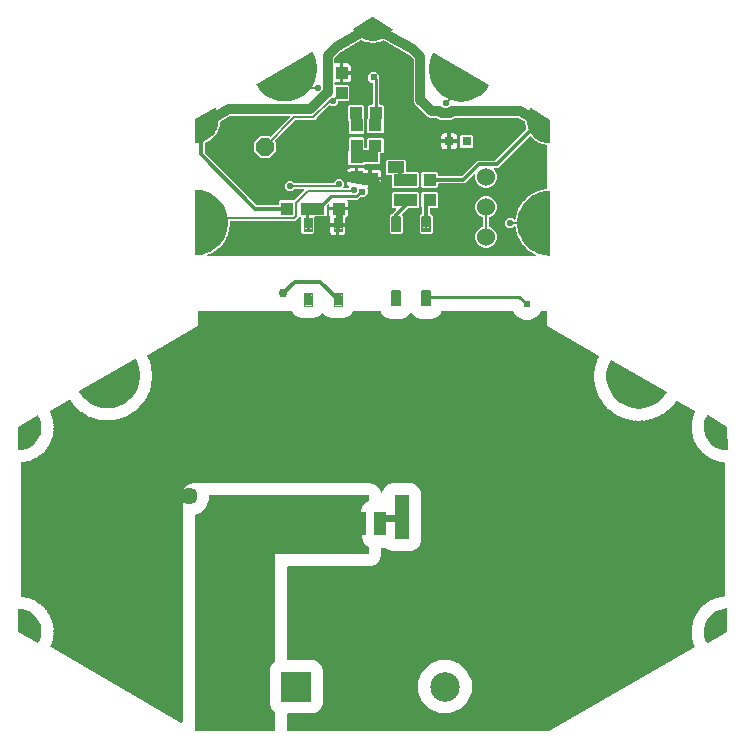
<source format=gbr>
G04 EAGLE Gerber RS-274X export*
G75*
%MOMM*%
%FSLAX34Y34*%
%LPD*%
%INTop Copper*%
%IPPOS*%
%AMOC8*
5,1,8,0,0,1.08239X$1,22.5*%
G01*
%ADD10R,0.800000X0.800000*%
%ADD11P,1.649562X8X22.500000*%
%ADD12R,1.000000X1.100000*%
%ADD13C,1.524000*%
%ADD14C,0.112000*%
%ADD15C,0.200000*%
%ADD16R,1.100000X1.000000*%
%ADD17R,1.400000X1.000000*%
%ADD18C,1.000000*%
%ADD19R,2.250000X13.500000*%
%ADD20C,1.447800*%
%ADD21R,2.500000X2.500000*%
%ADD22C,2.500000*%
%ADD23R,1.300000X3.700000*%
%ADD24R,10.300000X8.900000*%
%ADD25C,0.750000*%
%ADD26C,0.812800*%
%ADD27C,0.609600*%
%ADD28C,0.304800*%
%ADD29C,0.177800*%
%ADD30C,0.554800*%
%ADD31C,0.203200*%
%ADD32C,0.604800*%
%ADD33C,1.270000*%
%ADD34C,0.900000*%
%ADD35C,0.254000*%

G36*
X150074Y-83633D02*
X150074Y-83633D01*
X150187Y-83614D01*
X150300Y-83599D01*
X150310Y-83594D01*
X150317Y-83593D01*
X150338Y-83582D01*
X150454Y-83531D01*
X273481Y-12712D01*
X273541Y-12663D01*
X273607Y-12621D01*
X273636Y-12586D01*
X273672Y-12556D01*
X273713Y-12491D01*
X273762Y-12430D01*
X273778Y-12387D01*
X273803Y-12348D01*
X273821Y-12273D01*
X273848Y-12200D01*
X273850Y-12154D01*
X273861Y-12109D01*
X273854Y-12032D01*
X273856Y-11954D01*
X273843Y-11910D01*
X273839Y-11864D01*
X273808Y-11793D01*
X273786Y-11718D01*
X273753Y-11667D01*
X273741Y-11639D01*
X273723Y-11619D01*
X273696Y-11577D01*
X273291Y-11070D01*
X272957Y-9919D01*
X272943Y-9889D01*
X272914Y-9804D01*
X272400Y-8721D01*
X272360Y-7930D01*
X272359Y-7926D01*
X272359Y-7922D01*
X272331Y-7757D01*
X272217Y-7364D01*
X272215Y-7360D01*
X272215Y-7356D01*
X272149Y-7202D01*
X271760Y-6512D01*
X271615Y-5322D01*
X271606Y-5291D01*
X271591Y-5202D01*
X271257Y-4051D01*
X271345Y-3264D01*
X271345Y-3260D01*
X271346Y-3256D01*
X271344Y-3088D01*
X271295Y-2682D01*
X271294Y-2678D01*
X271294Y-2674D01*
X271254Y-2511D01*
X270980Y-1768D01*
X271028Y-570D01*
X271024Y-537D01*
X271024Y-448D01*
X270879Y742D01*
X271065Y1408D01*
X271092Y1505D01*
X271092Y1509D01*
X271094Y1513D01*
X271119Y1679D01*
X271136Y2087D01*
X271135Y2092D01*
X271136Y2096D01*
X271122Y2263D01*
X270972Y3040D01*
X271211Y4215D01*
X271213Y4247D01*
X271226Y4336D01*
X271274Y5534D01*
X271607Y6253D01*
X271608Y6257D01*
X271610Y6260D01*
X271662Y6420D01*
X271743Y6821D01*
X271744Y6825D01*
X271745Y6829D01*
X271758Y6996D01*
X271734Y7788D01*
X272160Y8908D01*
X272166Y8940D01*
X272194Y9026D01*
X272433Y10200D01*
X272877Y10856D01*
X272878Y10860D01*
X272881Y10863D01*
X272958Y11012D01*
X273103Y11395D01*
X273103Y11399D01*
X273106Y11403D01*
X273146Y11565D01*
X273249Y12351D01*
X273848Y13389D01*
X273860Y13419D01*
X273901Y13499D01*
X274326Y14620D01*
X274869Y15197D01*
X274871Y15200D01*
X274874Y15203D01*
X274973Y15338D01*
X275178Y15692D01*
X275180Y15696D01*
X275182Y15699D01*
X275248Y15853D01*
X275476Y16612D01*
X276234Y17540D01*
X276250Y17569D01*
X276303Y17641D01*
X276903Y18679D01*
X277531Y19161D01*
X277534Y19164D01*
X277537Y19166D01*
X277657Y19284D01*
X277916Y19601D01*
X277918Y19604D01*
X277921Y19607D01*
X278011Y19749D01*
X278357Y20461D01*
X279254Y21255D01*
X279275Y21281D01*
X279339Y21344D01*
X280097Y22272D01*
X280795Y22647D01*
X280798Y22650D01*
X280802Y22651D01*
X280939Y22748D01*
X281245Y23019D01*
X281248Y23022D01*
X281251Y23025D01*
X281363Y23150D01*
X281819Y23798D01*
X282832Y24438D01*
X282856Y24460D01*
X282930Y24512D01*
X283827Y25306D01*
X284576Y25565D01*
X284579Y25567D01*
X284583Y25567D01*
X284734Y25641D01*
X285080Y25860D01*
X285083Y25862D01*
X285087Y25864D01*
X285217Y25970D01*
X285771Y26536D01*
X286874Y27006D01*
X286901Y27023D01*
X286982Y27062D01*
X287995Y27703D01*
X288775Y27838D01*
X288779Y27839D01*
X288784Y27839D01*
X288944Y27888D01*
X289321Y28048D01*
X289324Y28050D01*
X289328Y28051D01*
X289473Y28135D01*
X290111Y28605D01*
X291275Y28891D01*
X291305Y28904D01*
X291391Y28930D01*
X292494Y29400D01*
X293286Y29408D01*
X293290Y29409D01*
X293294Y29408D01*
X293460Y29430D01*
X293857Y29528D01*
X293861Y29530D01*
X293865Y29530D01*
X294022Y29589D01*
X294727Y29950D01*
X295922Y30047D01*
X295954Y30055D01*
X296043Y30067D01*
X297206Y30353D01*
X297936Y30242D01*
X298013Y30243D01*
X298090Y30235D01*
X298135Y30245D01*
X298182Y30245D01*
X298255Y30270D01*
X298330Y30287D01*
X298370Y30311D01*
X298414Y30326D01*
X298475Y30373D01*
X298541Y30413D01*
X298572Y30448D01*
X298608Y30477D01*
X298651Y30541D01*
X298701Y30600D01*
X298719Y30643D01*
X298744Y30682D01*
X298764Y30756D01*
X298793Y30828D01*
X298800Y30890D01*
X298808Y30919D01*
X298806Y30946D01*
X298812Y30995D01*
X298812Y143458D01*
X298799Y143534D01*
X298796Y143612D01*
X298780Y143655D01*
X298772Y143701D01*
X298736Y143769D01*
X298708Y143841D01*
X298679Y143877D01*
X298657Y143918D01*
X298601Y143972D01*
X298552Y144031D01*
X298512Y144056D01*
X298479Y144088D01*
X298409Y144120D01*
X298343Y144161D01*
X298298Y144172D01*
X298256Y144191D01*
X298179Y144200D01*
X298104Y144218D01*
X298041Y144215D01*
X298011Y144218D01*
X297985Y144213D01*
X297936Y144211D01*
X297245Y144106D01*
X296081Y144392D01*
X296048Y144395D01*
X295960Y144412D01*
X294765Y144508D01*
X294060Y144869D01*
X294057Y144871D01*
X294053Y144873D01*
X293896Y144931D01*
X293499Y145029D01*
X293494Y145029D01*
X293491Y145031D01*
X293324Y145051D01*
X292532Y145059D01*
X291429Y145529D01*
X291397Y145537D01*
X291313Y145568D01*
X290150Y145854D01*
X289512Y146324D01*
X289508Y146326D01*
X289505Y146328D01*
X289359Y146411D01*
X288983Y146571D01*
X288979Y146572D01*
X288975Y146574D01*
X288814Y146621D01*
X288033Y146756D01*
X287021Y147396D01*
X286990Y147409D01*
X286912Y147453D01*
X285809Y147923D01*
X285255Y148489D01*
X285252Y148491D01*
X285249Y148495D01*
X285118Y148599D01*
X284773Y148818D01*
X284769Y148820D01*
X284766Y148822D01*
X284614Y148894D01*
X283865Y149153D01*
X282968Y149947D01*
X282940Y149965D01*
X282870Y150021D01*
X281857Y150661D01*
X281401Y151309D01*
X281398Y151312D01*
X281396Y151315D01*
X281284Y151440D01*
X280978Y151711D01*
X280974Y151713D01*
X280971Y151716D01*
X280833Y151812D01*
X280136Y152187D01*
X279378Y153115D01*
X279353Y153137D01*
X279293Y153204D01*
X278396Y153998D01*
X278049Y154710D01*
X278047Y154714D01*
X278045Y154718D01*
X277954Y154858D01*
X277696Y155175D01*
X277692Y155178D01*
X277690Y155182D01*
X277569Y155298D01*
X276941Y155780D01*
X276342Y156818D01*
X276321Y156843D01*
X276272Y156919D01*
X275514Y157847D01*
X275286Y158605D01*
X275284Y158609D01*
X275284Y158613D01*
X275216Y158767D01*
X275012Y159121D01*
X275009Y159124D01*
X275008Y159128D01*
X274907Y159262D01*
X274364Y159839D01*
X273939Y160960D01*
X273923Y160988D01*
X273922Y160990D01*
X273921Y160994D01*
X273917Y161001D01*
X273887Y161070D01*
X273287Y162108D01*
X273184Y162893D01*
X273183Y162897D01*
X273183Y162902D01*
X273141Y163064D01*
X272996Y163447D01*
X272994Y163450D01*
X272993Y163454D01*
X272915Y163603D01*
X272472Y164259D01*
X272232Y165433D01*
X272220Y165464D01*
X272198Y165551D01*
X271773Y166671D01*
X271797Y167463D01*
X271796Y167467D01*
X271797Y167471D01*
X271782Y167638D01*
X271700Y168039D01*
X271698Y168043D01*
X271698Y168047D01*
X271645Y168206D01*
X271313Y168925D01*
X271265Y170123D01*
X271258Y170155D01*
X271250Y170244D01*
X271010Y171419D01*
X271161Y172196D01*
X271161Y172200D01*
X271162Y172204D01*
X271174Y172372D01*
X271157Y172780D01*
X271157Y172784D01*
X271157Y172789D01*
X271130Y172954D01*
X270917Y173717D01*
X271062Y174907D01*
X271061Y174939D01*
X271067Y175029D01*
X271019Y176227D01*
X271292Y176970D01*
X271293Y176974D01*
X271295Y176978D01*
X271333Y177141D01*
X271383Y177547D01*
X271382Y177551D01*
X271383Y177555D01*
X271383Y177723D01*
X271296Y178510D01*
X271629Y179661D01*
X271633Y179694D01*
X271654Y179781D01*
X271798Y180971D01*
X272187Y181661D01*
X272189Y181665D01*
X272191Y181668D01*
X272255Y181823D01*
X272369Y182216D01*
X272370Y182220D01*
X272371Y182224D01*
X272398Y182389D01*
X272438Y183180D01*
X272952Y184263D01*
X272961Y184295D01*
X272995Y184378D01*
X273329Y185529D01*
X273804Y186123D01*
X273818Y186148D01*
X273838Y186169D01*
X273876Y186250D01*
X273924Y186336D01*
X273924Y186337D01*
X273925Y186337D01*
X273925Y186341D01*
X273934Y186375D01*
X273942Y186392D01*
X273945Y186419D01*
X273964Y186498D01*
X273972Y186555D01*
X273968Y186671D01*
X273966Y186789D01*
X273964Y186795D01*
X273964Y186801D01*
X273923Y186911D01*
X273884Y187021D01*
X273881Y187026D01*
X273879Y187032D01*
X273804Y187124D01*
X273733Y187215D01*
X273727Y187219D01*
X273724Y187223D01*
X273709Y187233D01*
X273598Y187314D01*
X258350Y196117D01*
X258243Y196158D01*
X258137Y196201D01*
X258128Y196201D01*
X258120Y196204D01*
X258006Y196208D01*
X257892Y196215D01*
X257883Y196213D01*
X257874Y196213D01*
X257765Y196181D01*
X257654Y196151D01*
X257647Y196146D01*
X257638Y196143D01*
X257544Y196078D01*
X257450Y196014D01*
X257443Y196006D01*
X257437Y196002D01*
X257423Y195983D01*
X257341Y195887D01*
X256888Y195223D01*
X256884Y195216D01*
X256878Y195209D01*
X256803Y195059D01*
X256550Y194379D01*
X255690Y193453D01*
X255672Y193425D01*
X255619Y193364D01*
X254906Y192319D01*
X254299Y191922D01*
X254293Y191916D01*
X254285Y191913D01*
X254158Y191803D01*
X253310Y190889D01*
X253305Y190882D01*
X253298Y190876D01*
X253201Y190739D01*
X252850Y190105D01*
X251861Y189317D01*
X251839Y189292D01*
X251778Y189239D01*
X250917Y188312D01*
X250258Y188010D01*
X250251Y188005D01*
X250243Y188003D01*
X250101Y187914D01*
X249126Y187136D01*
X249120Y187130D01*
X249112Y187126D01*
X248996Y187005D01*
X248554Y186429D01*
X247459Y185797D01*
X247433Y185776D01*
X247365Y185733D01*
X246376Y184945D01*
X245679Y184745D01*
X245671Y184741D01*
X245663Y184740D01*
X245509Y184672D01*
X244429Y184049D01*
X244422Y184044D01*
X244414Y184040D01*
X244281Y183938D01*
X243759Y183435D01*
X242582Y182973D01*
X242553Y182957D01*
X242479Y182924D01*
X241384Y182292D01*
X240664Y182198D01*
X240656Y182195D01*
X240647Y182195D01*
X240485Y182152D01*
X239324Y181696D01*
X239317Y181692D01*
X239309Y181690D01*
X239162Y181609D01*
X238570Y181189D01*
X237337Y180908D01*
X237307Y180896D01*
X237229Y180875D01*
X236051Y180413D01*
X235326Y180427D01*
X235318Y180426D01*
X235309Y180427D01*
X235142Y180408D01*
X233926Y180131D01*
X233918Y180127D01*
X233910Y180127D01*
X233753Y180068D01*
X233105Y179741D01*
X231844Y179647D01*
X231812Y179640D01*
X231731Y179630D01*
X230498Y179349D01*
X229783Y179471D01*
X229775Y179471D01*
X229767Y179474D01*
X229599Y179480D01*
X228355Y179387D01*
X228347Y179385D01*
X228338Y179386D01*
X228174Y179351D01*
X227485Y179125D01*
X226224Y179219D01*
X226191Y179217D01*
X226110Y179220D01*
X224849Y179125D01*
X224160Y179352D01*
X224152Y179354D01*
X224144Y179358D01*
X223979Y179388D01*
X222736Y179482D01*
X222727Y179481D01*
X222719Y179483D01*
X222551Y179473D01*
X221836Y179352D01*
X220603Y179634D01*
X220570Y179636D01*
X220491Y179651D01*
X219230Y179746D01*
X218582Y180073D01*
X218574Y180076D01*
X218567Y180080D01*
X218409Y180136D01*
X217193Y180414D01*
X217184Y180414D01*
X217176Y180417D01*
X217009Y180433D01*
X216284Y180419D01*
X215107Y180882D01*
X215075Y180889D01*
X214998Y180915D01*
X213765Y181197D01*
X213174Y181617D01*
X213166Y181621D01*
X213160Y181627D01*
X213012Y181705D01*
X211851Y182161D01*
X211842Y182163D01*
X211835Y182167D01*
X211672Y182207D01*
X210953Y182302D01*
X209858Y182934D01*
X209827Y182946D01*
X209755Y182984D01*
X208578Y183446D01*
X208056Y183950D01*
X208049Y183955D01*
X208044Y183961D01*
X207909Y184061D01*
X206829Y184685D01*
X206821Y184688D01*
X206814Y184693D01*
X206659Y184757D01*
X205962Y184958D01*
X204974Y185747D01*
X204945Y185763D01*
X204880Y185811D01*
X203785Y186444D01*
X203343Y187019D01*
X203337Y187025D01*
X203333Y187032D01*
X203214Y187151D01*
X202239Y187929D01*
X202232Y187933D01*
X202226Y187939D01*
X202082Y188026D01*
X201423Y188328D01*
X200563Y189256D01*
X200537Y189276D01*
X200480Y189333D01*
X199491Y190122D01*
X199140Y190757D01*
X199135Y190764D01*
X199132Y190771D01*
X199047Y190886D01*
X199042Y190894D01*
X199039Y190897D01*
X199032Y190906D01*
X198184Y191821D01*
X198177Y191826D01*
X198173Y191833D01*
X198043Y191940D01*
X197436Y192338D01*
X196724Y193383D01*
X196702Y193407D01*
X196653Y193472D01*
X195794Y194399D01*
X195542Y195079D01*
X195537Y195086D01*
X195536Y195095D01*
X195457Y195243D01*
X194755Y196274D01*
X194749Y196280D01*
X194745Y196288D01*
X194633Y196413D01*
X194092Y196896D01*
X193544Y198036D01*
X193525Y198063D01*
X193487Y198134D01*
X192775Y199179D01*
X192627Y199889D01*
X192624Y199897D01*
X192624Y199906D01*
X192568Y200064D01*
X192027Y201188D01*
X192022Y201195D01*
X192020Y201203D01*
X191927Y201344D01*
X191465Y201902D01*
X191092Y203111D01*
X191078Y203140D01*
X191051Y203217D01*
X190503Y204356D01*
X190462Y205080D01*
X190460Y205089D01*
X190461Y205097D01*
X190430Y205262D01*
X190062Y206454D01*
X190059Y206462D01*
X190057Y206470D01*
X189987Y206623D01*
X189613Y207244D01*
X189425Y208494D01*
X189415Y208526D01*
X189400Y208605D01*
X189027Y209814D01*
X189095Y210536D01*
X189095Y210545D01*
X189097Y210553D01*
X189090Y210721D01*
X188905Y211954D01*
X188902Y211962D01*
X188902Y211971D01*
X188855Y212132D01*
X188578Y212802D01*
X188578Y214067D01*
X188573Y214099D01*
X188570Y214180D01*
X188382Y215431D01*
X188556Y216135D01*
X188557Y216143D01*
X188560Y216151D01*
X188579Y216318D01*
X188579Y217565D01*
X188578Y217574D01*
X188579Y217582D01*
X188557Y217748D01*
X188383Y218452D01*
X188571Y219703D01*
X188571Y219736D01*
X188580Y219816D01*
X188580Y221081D01*
X188858Y221751D01*
X188860Y221759D01*
X188865Y221767D01*
X188908Y221929D01*
X189094Y223162D01*
X189094Y223171D01*
X189096Y223179D01*
X189099Y223347D01*
X189032Y224069D01*
X189405Y225277D01*
X189409Y225310D01*
X189430Y225388D01*
X189619Y226638D01*
X189994Y227259D01*
X189997Y227267D01*
X190002Y227274D01*
X190069Y227428D01*
X190437Y228620D01*
X190438Y228628D01*
X190442Y228636D01*
X190470Y228801D01*
X190511Y229525D01*
X191060Y230665D01*
X191069Y230696D01*
X191101Y230771D01*
X191475Y231979D01*
X191937Y232537D01*
X191942Y232545D01*
X191948Y232550D01*
X191976Y232595D01*
X191986Y232605D01*
X191996Y232626D01*
X192037Y232693D01*
X192375Y233393D01*
X192407Y233502D01*
X192442Y233612D01*
X192442Y233621D01*
X192444Y233629D01*
X192440Y233743D01*
X192438Y233858D01*
X192436Y233866D01*
X192435Y233875D01*
X192395Y233983D01*
X192357Y234090D01*
X192351Y234097D01*
X192348Y234105D01*
X192275Y234194D01*
X192205Y234284D01*
X192196Y234290D01*
X192192Y234295D01*
X192173Y234307D01*
X192070Y234383D01*
X150453Y258410D01*
X150346Y258450D01*
X150239Y258493D01*
X150229Y258494D01*
X150223Y258497D01*
X150201Y258498D01*
X150072Y258512D01*
X149984Y258512D01*
X149655Y258841D01*
X149642Y258850D01*
X149632Y258862D01*
X149497Y258962D01*
X149094Y259194D01*
X149072Y259280D01*
X149024Y259384D01*
X148979Y259490D01*
X148973Y259498D01*
X148970Y259504D01*
X148955Y259520D01*
X148874Y259621D01*
X148812Y259684D01*
X148812Y260149D01*
X148809Y260164D01*
X148811Y260180D01*
X148786Y260346D01*
X148665Y260795D01*
X148710Y260872D01*
X148750Y260979D01*
X148793Y261086D01*
X148794Y261096D01*
X148797Y261102D01*
X148798Y261124D01*
X148812Y261253D01*
X148812Y271463D01*
X148809Y271482D01*
X148811Y271502D01*
X148789Y271603D01*
X148772Y271705D01*
X148763Y271723D01*
X148758Y271742D01*
X148705Y271831D01*
X148657Y271923D01*
X148643Y271936D01*
X148632Y271953D01*
X148554Y272021D01*
X148479Y272092D01*
X148461Y272100D01*
X148445Y272113D01*
X148349Y272152D01*
X148256Y272196D01*
X148236Y272198D01*
X148217Y272205D01*
X148051Y272224D01*
X143966Y272224D01*
X143851Y272205D01*
X143735Y272188D01*
X143729Y272185D01*
X143723Y272184D01*
X143620Y272130D01*
X143516Y272076D01*
X143511Y272072D01*
X143506Y272069D01*
X143426Y271985D01*
X143343Y271901D01*
X143340Y271894D01*
X143336Y271891D01*
X143328Y271874D01*
X143262Y271754D01*
X142678Y270344D01*
X138970Y266635D01*
X134124Y264628D01*
X128878Y264628D01*
X124032Y266635D01*
X120324Y270344D01*
X119740Y271754D01*
X119678Y271853D01*
X119618Y271953D01*
X119613Y271958D01*
X119610Y271963D01*
X119520Y272037D01*
X119431Y272113D01*
X119425Y272116D01*
X119420Y272120D01*
X119312Y272161D01*
X119203Y272205D01*
X119195Y272206D01*
X119191Y272208D01*
X119173Y272209D01*
X119036Y272224D01*
X59721Y272224D01*
X59606Y272205D01*
X59490Y272188D01*
X59484Y272185D01*
X59478Y272184D01*
X59375Y272130D01*
X59270Y272076D01*
X59266Y272072D01*
X59260Y272069D01*
X59181Y271985D01*
X59098Y271901D01*
X59094Y271894D01*
X59091Y271891D01*
X59083Y271874D01*
X59017Y271754D01*
X58499Y270503D01*
X55360Y267363D01*
X51258Y265664D01*
X40817Y265664D01*
X36715Y267363D01*
X33876Y270203D01*
X33860Y270215D01*
X33847Y270230D01*
X33760Y270286D01*
X33676Y270347D01*
X33657Y270352D01*
X33640Y270363D01*
X33540Y270389D01*
X33441Y270419D01*
X33421Y270418D01*
X33402Y270423D01*
X33299Y270415D01*
X33195Y270413D01*
X33176Y270406D01*
X33156Y270404D01*
X33062Y270364D01*
X32964Y270328D01*
X32948Y270316D01*
X32930Y270308D01*
X32799Y270203D01*
X29960Y267363D01*
X25858Y265664D01*
X15417Y265664D01*
X11315Y267363D01*
X8176Y270503D01*
X7658Y271754D01*
X7596Y271854D01*
X7536Y271953D01*
X7532Y271957D01*
X7528Y271963D01*
X7438Y272038D01*
X7349Y272113D01*
X7343Y272116D01*
X7339Y272120D01*
X7230Y272161D01*
X7121Y272205D01*
X7114Y272206D01*
X7109Y272208D01*
X7091Y272209D01*
X6954Y272224D01*
X-15075Y272224D01*
X-15190Y272205D01*
X-15306Y272188D01*
X-15311Y272185D01*
X-15318Y272184D01*
X-15420Y272130D01*
X-15525Y272076D01*
X-15529Y272072D01*
X-15535Y272069D01*
X-15615Y271985D01*
X-15697Y271901D01*
X-15701Y271894D01*
X-15704Y271891D01*
X-15712Y271874D01*
X-15778Y271754D01*
X-16272Y270562D01*
X-19287Y267546D01*
X-23228Y265914D01*
X-34373Y265914D01*
X-38313Y267546D01*
X-40962Y270195D01*
X-40978Y270207D01*
X-40991Y270223D01*
X-41078Y270279D01*
X-41162Y270339D01*
X-41181Y270345D01*
X-41198Y270356D01*
X-41298Y270381D01*
X-41397Y270411D01*
X-41417Y270411D01*
X-41436Y270416D01*
X-41539Y270408D01*
X-41643Y270405D01*
X-41662Y270398D01*
X-41681Y270396D01*
X-41776Y270356D01*
X-41874Y270320D01*
X-41889Y270308D01*
X-41908Y270300D01*
X-42039Y270195D01*
X-44687Y267546D01*
X-48628Y265914D01*
X-59773Y265914D01*
X-63713Y267546D01*
X-66729Y270562D01*
X-67222Y271754D01*
X-67284Y271853D01*
X-67344Y271953D01*
X-67349Y271958D01*
X-67352Y271963D01*
X-67442Y272037D01*
X-67531Y272113D01*
X-67537Y272116D01*
X-67542Y272120D01*
X-67650Y272161D01*
X-67759Y272205D01*
X-67767Y272206D01*
X-67771Y272208D01*
X-67789Y272209D01*
X-67926Y272224D01*
X-146418Y272224D01*
X-146437Y272221D01*
X-146457Y272223D01*
X-146558Y272201D01*
X-146660Y272184D01*
X-146678Y272175D01*
X-146697Y272170D01*
X-146786Y272117D01*
X-146878Y272069D01*
X-146891Y272055D01*
X-146908Y272044D01*
X-146976Y271966D01*
X-147047Y271891D01*
X-147055Y271873D01*
X-147068Y271857D01*
X-147107Y271761D01*
X-147151Y271668D01*
X-147153Y271648D01*
X-147160Y271629D01*
X-147179Y271463D01*
X-147179Y261239D01*
X-147160Y261126D01*
X-147144Y261012D01*
X-147140Y261002D01*
X-147139Y260996D01*
X-147129Y260976D01*
X-147077Y260858D01*
X-147040Y260795D01*
X-147153Y260376D01*
X-147154Y260360D01*
X-147160Y260345D01*
X-147179Y260179D01*
X-147179Y259680D01*
X-147254Y259606D01*
X-147321Y259512D01*
X-147390Y259421D01*
X-147393Y259411D01*
X-147397Y259406D01*
X-147404Y259384D01*
X-147451Y259264D01*
X-147469Y259194D01*
X-147845Y258977D01*
X-147858Y258967D01*
X-147872Y258961D01*
X-148003Y258856D01*
X-148355Y258504D01*
X-148461Y258504D01*
X-148574Y258485D01*
X-148688Y258469D01*
X-148698Y258465D01*
X-148704Y258464D01*
X-148724Y258454D01*
X-148842Y258402D01*
X-189637Y234849D01*
X-189728Y234775D01*
X-189818Y234704D01*
X-189822Y234698D01*
X-189827Y234694D01*
X-189889Y234595D01*
X-189953Y234498D01*
X-189954Y234491D01*
X-189958Y234485D01*
X-189985Y234372D01*
X-190014Y234259D01*
X-190014Y234251D01*
X-190016Y234246D01*
X-190014Y234227D01*
X-190011Y234092D01*
X-190007Y234057D01*
X-189996Y234021D01*
X-189993Y233984D01*
X-189938Y233825D01*
X-189586Y233094D01*
X-189581Y233087D01*
X-189578Y233079D01*
X-189486Y232939D01*
X-189024Y232380D01*
X-188651Y231172D01*
X-188637Y231142D01*
X-188610Y231066D01*
X-188061Y229926D01*
X-188021Y229202D01*
X-188019Y229194D01*
X-188020Y229185D01*
X-187988Y229020D01*
X-187621Y227828D01*
X-187617Y227821D01*
X-187616Y227812D01*
X-187546Y227660D01*
X-187172Y227038D01*
X-186984Y225788D01*
X-186974Y225757D01*
X-186958Y225677D01*
X-186586Y224468D01*
X-186654Y223746D01*
X-186653Y223738D01*
X-186655Y223729D01*
X-186649Y223562D01*
X-186463Y222328D01*
X-186461Y222320D01*
X-186461Y222312D01*
X-186414Y222150D01*
X-186137Y221480D01*
X-186137Y220216D01*
X-186132Y220183D01*
X-186129Y220102D01*
X-185940Y218852D01*
X-186115Y218148D01*
X-186116Y218139D01*
X-186119Y218131D01*
X-186138Y217964D01*
X-186138Y216717D01*
X-186137Y216709D01*
X-186138Y216700D01*
X-186116Y216534D01*
X-185941Y215830D01*
X-186130Y214580D01*
X-186130Y214547D01*
X-186139Y214466D01*
X-186139Y213202D01*
X-186417Y212531D01*
X-186419Y212523D01*
X-186423Y212516D01*
X-186467Y212354D01*
X-186653Y211120D01*
X-186653Y211112D01*
X-186655Y211104D01*
X-186658Y210936D01*
X-186591Y210214D01*
X-186964Y209005D01*
X-186968Y208973D01*
X-186989Y208894D01*
X-187178Y207644D01*
X-187553Y207023D01*
X-187556Y207015D01*
X-187561Y207008D01*
X-187628Y206854D01*
X-187996Y205663D01*
X-187997Y205654D01*
X-188001Y205646D01*
X-188029Y205481D01*
X-188070Y204757D01*
X-188619Y203618D01*
X-188628Y203586D01*
X-188660Y203512D01*
X-189033Y202303D01*
X-189496Y201745D01*
X-189501Y201738D01*
X-189507Y201732D01*
X-189596Y201590D01*
X-190138Y200466D01*
X-190140Y200458D01*
X-190145Y200451D01*
X-190197Y200291D01*
X-190345Y199581D01*
X-190602Y199205D01*
X-191058Y198537D01*
X-191072Y198507D01*
X-191115Y198438D01*
X-191664Y197299D01*
X-192205Y196816D01*
X-192210Y196809D01*
X-192218Y196804D01*
X-192327Y196677D01*
X-193030Y195647D01*
X-193033Y195639D01*
X-193039Y195633D01*
X-193114Y195483D01*
X-193367Y194803D01*
X-194227Y193876D01*
X-194246Y193849D01*
X-194298Y193787D01*
X-195011Y192743D01*
X-195618Y192346D01*
X-195624Y192340D01*
X-195632Y192336D01*
X-195759Y192226D01*
X-196608Y191312D01*
X-196612Y191305D01*
X-196619Y191300D01*
X-196716Y191163D01*
X-197067Y190528D01*
X-198056Y189740D01*
X-198078Y189716D01*
X-198139Y189663D01*
X-199000Y188736D01*
X-199659Y188434D01*
X-199666Y188429D01*
X-199675Y188427D01*
X-199817Y188337D01*
X-200792Y187560D01*
X-200798Y187553D01*
X-200805Y187549D01*
X-200921Y187428D01*
X-201363Y186853D01*
X-202458Y186221D01*
X-202484Y186200D01*
X-202553Y186157D01*
X-203541Y185369D01*
X-204238Y185168D01*
X-204246Y185164D01*
X-204255Y185163D01*
X-204408Y185096D01*
X-205489Y184472D01*
X-205495Y184467D01*
X-205503Y184464D01*
X-205636Y184362D01*
X-206159Y183858D01*
X-207336Y183397D01*
X-207364Y183380D01*
X-207439Y183348D01*
X-208534Y182716D01*
X-209253Y182621D01*
X-209261Y182619D01*
X-209270Y182619D01*
X-209432Y182575D01*
X-210593Y182120D01*
X-210600Y182115D01*
X-210609Y182113D01*
X-210755Y182032D01*
X-211347Y181613D01*
X-212580Y181332D01*
X-212611Y181319D01*
X-212689Y181298D01*
X-213866Y180836D01*
X-214591Y180850D01*
X-214600Y180849D01*
X-214608Y180850D01*
X-214775Y180831D01*
X-215991Y180554D01*
X-215999Y180551D01*
X-216008Y180550D01*
X-216165Y180492D01*
X-216812Y180165D01*
X-218074Y180071D01*
X-218105Y180063D01*
X-218186Y180054D01*
X-219419Y179773D01*
X-220134Y179895D01*
X-220143Y179895D01*
X-220151Y179897D01*
X-220318Y179903D01*
X-221562Y179811D01*
X-221570Y179809D01*
X-221579Y179809D01*
X-221743Y179775D01*
X-222432Y179548D01*
X-223693Y179643D01*
X-223726Y179640D01*
X-223807Y179643D01*
X-225068Y179549D01*
X-225757Y179776D01*
X-225766Y179777D01*
X-225773Y179781D01*
X-225938Y179812D01*
X-227182Y179906D01*
X-227190Y179905D01*
X-227199Y179907D01*
X-227366Y179897D01*
X-228081Y179776D01*
X-229314Y180058D01*
X-229347Y180060D01*
X-229427Y180074D01*
X-230688Y180169D01*
X-231335Y180496D01*
X-231343Y180499D01*
X-231350Y180504D01*
X-231509Y180559D01*
X-232725Y180837D01*
X-232733Y180838D01*
X-232741Y180841D01*
X-232908Y180856D01*
X-233634Y180843D01*
X-234810Y181305D01*
X-234843Y181312D01*
X-234919Y181339D01*
X-236152Y181621D01*
X-236743Y182040D01*
X-236751Y182044D01*
X-236757Y182050D01*
X-236906Y182128D01*
X-238067Y182584D01*
X-238075Y182586D01*
X-238083Y182590D01*
X-238245Y182630D01*
X-238965Y182725D01*
X-240060Y183358D01*
X-240090Y183370D01*
X-240162Y183407D01*
X-241339Y183870D01*
X-241861Y184373D01*
X-241868Y184378D01*
X-241874Y184385D01*
X-242009Y184484D01*
X-243089Y185108D01*
X-243097Y185111D01*
X-243103Y185117D01*
X-243258Y185180D01*
X-243956Y185382D01*
X-244944Y186170D01*
X-244973Y186186D01*
X-245038Y186234D01*
X-246133Y186867D01*
X-246574Y187443D01*
X-246580Y187448D01*
X-246585Y187456D01*
X-246703Y187574D01*
X-247678Y188352D01*
X-247686Y188357D01*
X-247692Y188363D01*
X-247836Y188449D01*
X-248495Y188752D01*
X-249355Y189679D01*
X-249381Y189699D01*
X-249438Y189757D01*
X-250426Y190545D01*
X-250777Y191180D01*
X-250782Y191187D01*
X-250785Y191195D01*
X-250885Y191330D01*
X-251733Y192244D01*
X-251740Y192250D01*
X-251745Y192257D01*
X-251874Y192364D01*
X-252481Y192761D01*
X-253193Y193806D01*
X-253216Y193830D01*
X-253264Y193895D01*
X-254124Y194822D01*
X-254376Y195502D01*
X-254380Y195510D01*
X-254382Y195518D01*
X-254461Y195667D01*
X-254917Y196337D01*
X-254943Y196364D01*
X-254961Y196395D01*
X-255079Y196509D01*
X-255081Y196511D01*
X-255082Y196512D01*
X-255090Y196518D01*
X-255192Y196573D01*
X-255296Y196630D01*
X-255301Y196631D01*
X-255306Y196634D01*
X-255422Y196654D01*
X-255537Y196675D01*
X-255543Y196675D01*
X-255549Y196676D01*
X-255664Y196658D01*
X-255781Y196641D01*
X-255787Y196638D01*
X-255792Y196638D01*
X-255807Y196630D01*
X-255935Y196574D01*
X-271924Y187343D01*
X-272015Y187268D01*
X-272106Y187195D01*
X-272109Y187191D01*
X-272114Y187187D01*
X-272177Y187087D01*
X-272240Y186989D01*
X-272242Y186983D01*
X-272245Y186978D01*
X-272272Y186864D01*
X-272301Y186751D01*
X-272301Y186744D01*
X-272302Y186739D01*
X-272301Y186722D01*
X-272298Y186583D01*
X-272275Y186412D01*
X-272275Y186410D01*
X-272240Y186294D01*
X-272204Y186177D01*
X-272204Y186176D01*
X-272203Y186175D01*
X-272201Y186172D01*
X-272115Y186035D01*
X-271640Y185441D01*
X-271306Y184290D01*
X-271292Y184260D01*
X-271263Y184175D01*
X-270749Y183092D01*
X-270709Y182301D01*
X-270708Y182297D01*
X-270708Y182293D01*
X-270680Y182128D01*
X-270566Y181735D01*
X-270564Y181731D01*
X-270564Y181727D01*
X-270498Y181573D01*
X-270109Y180883D01*
X-269964Y179693D01*
X-269955Y179662D01*
X-269940Y179573D01*
X-269606Y178422D01*
X-269694Y177635D01*
X-269694Y177631D01*
X-269695Y177627D01*
X-269693Y177459D01*
X-269644Y177053D01*
X-269643Y177049D01*
X-269643Y177045D01*
X-269603Y176882D01*
X-269329Y176139D01*
X-269377Y174941D01*
X-269373Y174908D01*
X-269373Y174819D01*
X-269228Y173629D01*
X-269441Y172866D01*
X-269441Y172862D01*
X-269443Y172858D01*
X-269468Y172692D01*
X-269485Y172284D01*
X-269484Y172279D01*
X-269485Y172275D01*
X-269471Y172108D01*
X-269321Y171331D01*
X-269560Y170156D01*
X-269562Y170124D01*
X-269575Y170035D01*
X-269623Y168837D01*
X-269956Y168118D01*
X-269957Y168114D01*
X-269959Y168111D01*
X-270011Y167951D01*
X-270092Y167550D01*
X-270093Y167546D01*
X-270094Y167542D01*
X-270107Y167375D01*
X-270083Y166583D01*
X-270509Y165463D01*
X-270515Y165431D01*
X-270543Y165345D01*
X-270782Y164171D01*
X-271226Y163515D01*
X-271227Y163511D01*
X-271230Y163508D01*
X-271307Y163359D01*
X-271452Y162976D01*
X-271452Y162972D01*
X-271455Y162968D01*
X-271495Y162805D01*
X-271598Y162020D01*
X-272197Y160982D01*
X-272209Y160952D01*
X-272250Y160872D01*
X-272675Y159751D01*
X-273218Y159174D01*
X-273220Y159171D01*
X-273223Y159168D01*
X-273323Y159033D01*
X-273527Y158679D01*
X-273529Y158675D01*
X-273531Y158672D01*
X-273597Y158518D01*
X-273825Y157759D01*
X-274583Y156831D01*
X-274599Y156802D01*
X-274652Y156730D01*
X-275252Y155692D01*
X-275880Y155210D01*
X-275883Y155207D01*
X-275886Y155205D01*
X-276006Y155087D01*
X-276265Y154770D01*
X-276267Y154767D01*
X-276270Y154764D01*
X-276360Y154622D01*
X-276706Y153910D01*
X-277603Y153116D01*
X-277624Y153090D01*
X-277688Y153027D01*
X-278446Y152099D01*
X-279144Y151724D01*
X-279147Y151721D01*
X-279151Y151720D01*
X-279288Y151623D01*
X-279594Y151352D01*
X-279597Y151349D01*
X-279600Y151346D01*
X-279712Y151221D01*
X-280168Y150573D01*
X-281181Y149933D01*
X-281203Y149914D01*
X-281224Y149902D01*
X-281237Y149889D01*
X-281279Y149859D01*
X-282176Y149065D01*
X-282925Y148806D01*
X-282928Y148804D01*
X-282932Y148804D01*
X-283083Y148730D01*
X-283429Y148511D01*
X-283432Y148509D01*
X-283436Y148507D01*
X-283566Y148401D01*
X-284120Y147835D01*
X-285223Y147365D01*
X-285250Y147348D01*
X-285331Y147309D01*
X-286344Y146668D01*
X-287124Y146533D01*
X-287128Y146532D01*
X-287133Y146532D01*
X-287293Y146483D01*
X-287670Y146323D01*
X-287673Y146321D01*
X-287677Y146320D01*
X-287822Y146236D01*
X-288460Y145766D01*
X-289624Y145480D01*
X-289654Y145467D01*
X-289707Y145451D01*
X-289713Y145450D01*
X-289717Y145448D01*
X-289740Y145441D01*
X-290843Y144971D01*
X-291635Y144963D01*
X-291639Y144962D01*
X-291643Y144963D01*
X-291809Y144941D01*
X-292206Y144843D01*
X-292210Y144841D01*
X-292214Y144841D01*
X-292371Y144782D01*
X-293076Y144421D01*
X-294271Y144324D01*
X-294303Y144316D01*
X-294392Y144304D01*
X-295555Y144018D01*
X-296307Y144132D01*
X-296400Y144131D01*
X-296465Y144138D01*
X-296502Y144130D01*
X-296550Y144130D01*
X-296552Y144129D01*
X-296553Y144129D01*
X-296558Y144128D01*
X-296695Y144088D01*
X-296705Y144086D01*
X-296708Y144085D01*
X-296712Y144083D01*
X-296715Y144082D01*
X-296749Y144061D01*
X-296785Y144048D01*
X-296843Y144004D01*
X-296916Y143960D01*
X-296920Y143956D01*
X-296925Y143953D01*
X-296954Y143917D01*
X-296980Y143897D01*
X-297014Y143846D01*
X-297076Y143773D01*
X-297078Y143768D01*
X-297082Y143764D01*
X-297100Y143715D01*
X-297116Y143692D01*
X-297130Y143641D01*
X-297168Y143545D01*
X-297169Y143538D01*
X-297171Y143534D01*
X-297171Y143517D01*
X-297178Y143462D01*
X-297179Y143455D01*
X-297179Y143449D01*
X-297187Y143378D01*
X-297187Y30909D01*
X-297174Y30833D01*
X-297171Y30755D01*
X-297155Y30712D01*
X-297147Y30666D01*
X-297111Y30598D01*
X-297083Y30526D01*
X-297054Y30490D01*
X-297032Y30449D01*
X-296976Y30396D01*
X-296927Y30336D01*
X-296887Y30311D01*
X-296854Y30279D01*
X-296784Y30247D01*
X-296718Y30206D01*
X-296673Y30195D01*
X-296631Y30176D01*
X-296554Y30167D01*
X-296479Y30149D01*
X-296416Y30152D01*
X-296386Y30149D01*
X-296360Y30154D01*
X-296311Y30156D01*
X-295594Y30265D01*
X-294430Y29979D01*
X-294397Y29976D01*
X-294309Y29959D01*
X-293114Y29863D01*
X-292409Y29502D01*
X-292406Y29500D01*
X-292402Y29498D01*
X-292245Y29440D01*
X-291848Y29342D01*
X-291843Y29342D01*
X-291840Y29340D01*
X-291673Y29320D01*
X-290881Y29312D01*
X-289778Y28842D01*
X-289746Y28834D01*
X-289662Y28803D01*
X-288499Y28517D01*
X-287861Y28047D01*
X-287857Y28045D01*
X-287854Y28043D01*
X-287708Y27960D01*
X-287332Y27800D01*
X-287328Y27799D01*
X-287324Y27797D01*
X-287163Y27750D01*
X-286382Y27615D01*
X-285370Y26975D01*
X-285339Y26962D01*
X-285261Y26918D01*
X-284158Y26448D01*
X-283604Y25882D01*
X-283601Y25880D01*
X-283598Y25876D01*
X-283467Y25772D01*
X-283122Y25553D01*
X-283118Y25551D01*
X-283115Y25549D01*
X-282963Y25477D01*
X-282214Y25218D01*
X-281317Y24424D01*
X-281289Y24406D01*
X-281219Y24350D01*
X-280206Y23710D01*
X-279750Y23062D01*
X-279747Y23059D01*
X-279745Y23056D01*
X-279633Y22931D01*
X-279326Y22660D01*
X-279323Y22658D01*
X-279320Y22655D01*
X-279182Y22559D01*
X-278485Y22184D01*
X-277727Y21256D01*
X-277702Y21234D01*
X-277642Y21168D01*
X-276745Y20373D01*
X-276398Y19661D01*
X-276396Y19657D01*
X-276394Y19653D01*
X-276303Y19513D01*
X-276045Y19196D01*
X-276041Y19193D01*
X-276039Y19189D01*
X-275918Y19073D01*
X-275290Y18591D01*
X-274691Y17553D01*
X-274670Y17528D01*
X-274621Y17452D01*
X-273863Y16524D01*
X-273635Y15766D01*
X-273633Y15762D01*
X-273633Y15758D01*
X-273565Y15604D01*
X-273361Y15250D01*
X-273358Y15247D01*
X-273357Y15243D01*
X-273256Y15109D01*
X-272713Y14532D01*
X-272288Y13411D01*
X-272272Y13383D01*
X-272236Y13301D01*
X-271636Y12263D01*
X-271533Y11478D01*
X-271532Y11474D01*
X-271532Y11469D01*
X-271490Y11307D01*
X-271345Y10924D01*
X-271343Y10921D01*
X-271342Y10917D01*
X-271264Y10768D01*
X-270821Y10112D01*
X-270581Y8938D01*
X-270569Y8907D01*
X-270547Y8820D01*
X-270122Y7700D01*
X-270146Y6908D01*
X-270145Y6904D01*
X-270146Y6900D01*
X-270131Y6733D01*
X-270049Y6332D01*
X-270047Y6328D01*
X-270047Y6324D01*
X-269994Y6165D01*
X-269662Y5446D01*
X-269614Y4248D01*
X-269607Y4216D01*
X-269599Y4127D01*
X-269359Y2952D01*
X-269510Y2175D01*
X-269510Y2171D01*
X-269511Y2167D01*
X-269523Y1999D01*
X-269506Y1591D01*
X-269506Y1587D01*
X-269506Y1582D01*
X-269479Y1417D01*
X-269266Y654D01*
X-269411Y-535D01*
X-269410Y-568D01*
X-269416Y-658D01*
X-269368Y-1856D01*
X-269641Y-2599D01*
X-269642Y-2603D01*
X-269644Y-2607D01*
X-269682Y-2770D01*
X-269732Y-3176D01*
X-269731Y-3180D01*
X-269732Y-3184D01*
X-269732Y-3352D01*
X-269645Y-4139D01*
X-269978Y-5290D01*
X-269982Y-5323D01*
X-270003Y-5410D01*
X-270147Y-6600D01*
X-270536Y-7290D01*
X-270538Y-7294D01*
X-270540Y-7297D01*
X-270604Y-7452D01*
X-270718Y-7845D01*
X-270719Y-7849D01*
X-270721Y-7853D01*
X-270747Y-8018D01*
X-270787Y-8809D01*
X-271301Y-9892D01*
X-271310Y-9924D01*
X-271345Y-10007D01*
X-271678Y-11158D01*
X-272031Y-11600D01*
X-272069Y-11667D01*
X-272115Y-11730D01*
X-272129Y-11774D01*
X-272152Y-11814D01*
X-272166Y-11890D01*
X-272190Y-11964D01*
X-272189Y-12010D01*
X-272198Y-12056D01*
X-272187Y-12133D01*
X-272186Y-12210D01*
X-272171Y-12254D01*
X-272164Y-12299D01*
X-272130Y-12369D01*
X-272104Y-12442D01*
X-272075Y-12478D01*
X-272055Y-12519D01*
X-272000Y-12574D01*
X-271952Y-12636D01*
X-271902Y-12672D01*
X-271881Y-12693D01*
X-271857Y-12705D01*
X-271817Y-12735D01*
X-161289Y-76359D01*
X-161200Y-76392D01*
X-161114Y-76432D01*
X-161085Y-76436D01*
X-161059Y-76446D01*
X-160964Y-76449D01*
X-160870Y-76459D01*
X-160842Y-76453D01*
X-160813Y-76454D01*
X-160722Y-76427D01*
X-160629Y-76407D01*
X-160604Y-76392D01*
X-160577Y-76384D01*
X-160500Y-76330D01*
X-160418Y-76281D01*
X-160399Y-76259D01*
X-160376Y-76243D01*
X-160320Y-76166D01*
X-160258Y-76094D01*
X-160247Y-76067D01*
X-160230Y-76044D01*
X-160202Y-75954D01*
X-160166Y-75866D01*
X-160162Y-75830D01*
X-160156Y-75810D01*
X-160156Y-75777D01*
X-160148Y-75699D01*
X-160148Y118060D01*
X-158485Y122075D01*
X-155412Y125147D01*
X-151398Y126810D01*
X-1002Y126810D01*
X3012Y125147D01*
X6085Y122075D01*
X7546Y118548D01*
X7584Y118487D01*
X7613Y118421D01*
X7647Y118384D01*
X7665Y118355D01*
X7666Y118353D01*
X7675Y118339D01*
X7731Y118293D01*
X7779Y118240D01*
X7825Y118215D01*
X7865Y118182D01*
X7932Y118156D01*
X7995Y118122D01*
X8046Y118112D01*
X8094Y118094D01*
X8166Y118091D01*
X8237Y118078D01*
X8288Y118086D01*
X8340Y118083D01*
X8409Y118103D01*
X8480Y118114D01*
X8526Y118137D01*
X8576Y118152D01*
X8635Y118193D01*
X8699Y118225D01*
X8736Y118263D01*
X8778Y118292D01*
X8821Y118350D01*
X8871Y118401D01*
X8880Y118416D01*
X8881Y118418D01*
X8884Y118424D01*
X8906Y118464D01*
X8925Y118490D01*
X8932Y118512D01*
X8952Y118548D01*
X10286Y121768D01*
X13144Y124626D01*
X16879Y126173D01*
X33921Y126173D01*
X37656Y124626D01*
X40514Y121768D01*
X42061Y118034D01*
X42061Y76991D01*
X40514Y73257D01*
X37656Y70399D01*
X33921Y68852D01*
X16879Y68852D01*
X13144Y70399D01*
X12114Y71429D01*
X12040Y71482D01*
X11971Y71541D01*
X11941Y71554D01*
X11914Y71572D01*
X11828Y71599D01*
X11743Y71633D01*
X11702Y71638D01*
X11679Y71645D01*
X11647Y71644D01*
X11576Y71652D01*
X8509Y71652D01*
X8489Y71649D01*
X8470Y71651D01*
X8368Y71629D01*
X8266Y71612D01*
X8249Y71603D01*
X8229Y71598D01*
X8140Y71545D01*
X8049Y71497D01*
X8035Y71483D01*
X8018Y71472D01*
X7951Y71394D01*
X7879Y71319D01*
X7871Y71301D01*
X7858Y71285D01*
X7819Y71189D01*
X7776Y71096D01*
X7774Y71076D01*
X7766Y71057D01*
X7748Y70891D01*
X7748Y64502D01*
X6085Y60488D01*
X3012Y57415D01*
X-1002Y55752D01*
X-70866Y55752D01*
X-70886Y55749D01*
X-70905Y55751D01*
X-71007Y55729D01*
X-71109Y55713D01*
X-71126Y55703D01*
X-71146Y55699D01*
X-71235Y55646D01*
X-71326Y55597D01*
X-71340Y55583D01*
X-71357Y55573D01*
X-71424Y55494D01*
X-71496Y55419D01*
X-71504Y55401D01*
X-71517Y55386D01*
X-71556Y55290D01*
X-71599Y55196D01*
X-71601Y55176D01*
X-71609Y55158D01*
X-71627Y54991D01*
X-71627Y-22616D01*
X-71624Y-22635D01*
X-71626Y-22655D01*
X-71604Y-22756D01*
X-71588Y-22858D01*
X-71578Y-22876D01*
X-71574Y-22895D01*
X-71521Y-22984D01*
X-71472Y-23076D01*
X-71458Y-23089D01*
X-71448Y-23106D01*
X-71369Y-23174D01*
X-71294Y-23245D01*
X-71276Y-23253D01*
X-71261Y-23266D01*
X-71165Y-23305D01*
X-71071Y-23349D01*
X-71051Y-23351D01*
X-71033Y-23358D01*
X-70866Y-23377D01*
X-49192Y-23377D01*
X-45457Y-24924D01*
X-42599Y-27782D01*
X-41052Y-31516D01*
X-41052Y-60559D01*
X-42599Y-64293D01*
X-45457Y-67151D01*
X-49192Y-68698D01*
X-70866Y-68698D01*
X-70886Y-68701D01*
X-70905Y-68699D01*
X-71007Y-68721D01*
X-71109Y-68738D01*
X-71126Y-68747D01*
X-71146Y-68752D01*
X-71235Y-68805D01*
X-71326Y-68853D01*
X-71340Y-68867D01*
X-71357Y-68878D01*
X-71424Y-68956D01*
X-71496Y-69031D01*
X-71504Y-69049D01*
X-71517Y-69065D01*
X-71556Y-69161D01*
X-71599Y-69254D01*
X-71601Y-69274D01*
X-71609Y-69293D01*
X-71627Y-69459D01*
X-71627Y-82879D01*
X-71624Y-82898D01*
X-71626Y-82918D01*
X-71604Y-83020D01*
X-71588Y-83122D01*
X-71578Y-83139D01*
X-71574Y-83159D01*
X-71521Y-83248D01*
X-71472Y-83339D01*
X-71458Y-83353D01*
X-71448Y-83370D01*
X-71369Y-83437D01*
X-71294Y-83508D01*
X-71276Y-83517D01*
X-71261Y-83530D01*
X-71165Y-83568D01*
X-71071Y-83612D01*
X-71051Y-83614D01*
X-71033Y-83622D01*
X-70866Y-83640D01*
X823Y-83647D01*
X150074Y-83633D01*
G37*
G36*
X138650Y318334D02*
X138650Y318334D01*
X138698Y318332D01*
X138771Y318354D01*
X138846Y318366D01*
X138888Y318388D01*
X138934Y318402D01*
X138996Y318446D01*
X139063Y318481D01*
X139096Y318516D01*
X139135Y318543D01*
X139180Y318604D01*
X139233Y318659D01*
X139253Y318703D01*
X139281Y318741D01*
X139304Y318814D01*
X139336Y318883D01*
X139342Y318930D01*
X139356Y318976D01*
X139355Y319051D01*
X139363Y319127D01*
X139353Y319174D01*
X139353Y319222D01*
X139327Y319293D01*
X139311Y319367D01*
X139287Y319408D01*
X139271Y319454D01*
X139224Y319513D01*
X139185Y319578D01*
X139149Y319610D01*
X139119Y319647D01*
X139015Y319724D01*
X138998Y319738D01*
X138992Y319741D01*
X138984Y319747D01*
X138219Y320188D01*
X138188Y320200D01*
X138117Y320238D01*
X137521Y320472D01*
X137477Y320528D01*
X137428Y320603D01*
X137401Y320625D01*
X137380Y320652D01*
X137245Y320752D01*
X135336Y321854D01*
X135304Y321866D01*
X135275Y321886D01*
X135189Y321910D01*
X135106Y321941D01*
X135072Y321942D01*
X135038Y321952D01*
X134959Y321952D01*
X134456Y322353D01*
X134427Y322369D01*
X134362Y322417D01*
X133807Y322738D01*
X133772Y322800D01*
X133735Y322881D01*
X133712Y322907D01*
X133695Y322937D01*
X133576Y323055D01*
X131853Y324430D01*
X131823Y324447D01*
X131797Y324470D01*
X131716Y324507D01*
X131639Y324550D01*
X131605Y324557D01*
X131573Y324571D01*
X131494Y324583D01*
X131057Y325055D01*
X131031Y325075D01*
X130973Y325132D01*
X130473Y325531D01*
X130447Y325598D01*
X130423Y325684D01*
X130404Y325713D01*
X130391Y325745D01*
X130291Y325880D01*
X128793Y327496D01*
X128766Y327517D01*
X128744Y327544D01*
X128669Y327593D01*
X128599Y327647D01*
X128566Y327659D01*
X128537Y327677D01*
X128461Y327701D01*
X128098Y328233D01*
X128076Y328256D01*
X128027Y328322D01*
X127592Y328791D01*
X127577Y328861D01*
X127566Y328949D01*
X127551Y328981D01*
X127543Y329014D01*
X127465Y329163D01*
X126224Y330984D01*
X126200Y331009D01*
X126182Y331039D01*
X126115Y331098D01*
X126054Y331162D01*
X126024Y331179D01*
X125997Y331202D01*
X125926Y331236D01*
X125647Y331816D01*
X125628Y331843D01*
X125590Y331914D01*
X125229Y332444D01*
X125225Y332515D01*
X125227Y332604D01*
X125217Y332637D01*
X125214Y332672D01*
X125159Y332830D01*
X124203Y334816D01*
X124183Y334845D01*
X124170Y334877D01*
X124113Y334945D01*
X124062Y335018D01*
X124034Y335038D01*
X124012Y335065D01*
X123946Y335109D01*
X123756Y335725D01*
X123742Y335754D01*
X123715Y335831D01*
X123437Y336408D01*
X123443Y336479D01*
X123459Y336567D01*
X123454Y336601D01*
X123457Y336635D01*
X123425Y336800D01*
X122776Y338907D01*
X122761Y338938D01*
X122753Y338971D01*
X122706Y339047D01*
X122667Y339127D01*
X122642Y339151D01*
X122624Y339181D01*
X122566Y339235D01*
X122470Y339871D01*
X122460Y339903D01*
X122445Y339982D01*
X122256Y340594D01*
X122273Y340664D01*
X122301Y340748D01*
X122301Y340783D01*
X122309Y340817D01*
X122303Y340984D01*
X121975Y343162D01*
X121949Y343244D01*
X121930Y343329D01*
X121911Y343361D01*
X121900Y343396D01*
X121848Y343466D01*
X121804Y343540D01*
X121776Y343564D01*
X121754Y343594D01*
X121683Y343644D01*
X121617Y343700D01*
X121582Y343714D01*
X121552Y343735D01*
X121469Y343759D01*
X121389Y343792D01*
X121341Y343797D01*
X121316Y343804D01*
X121285Y343803D01*
X121222Y343810D01*
X120828Y343810D01*
X120738Y343795D01*
X120647Y343788D01*
X120618Y343776D01*
X120586Y343770D01*
X120505Y343728D01*
X120421Y343692D01*
X120389Y343666D01*
X120368Y343655D01*
X120346Y343632D01*
X120290Y343587D01*
X119236Y342533D01*
X115675Y342533D01*
X113157Y345052D01*
X113157Y348613D01*
X115675Y351131D01*
X119236Y351131D01*
X120750Y349617D01*
X120762Y349609D01*
X120771Y349597D01*
X120862Y349537D01*
X120950Y349474D01*
X120964Y349470D01*
X120976Y349461D01*
X121081Y349434D01*
X121185Y349402D01*
X121199Y349402D01*
X121214Y349398D01*
X121322Y349405D01*
X121431Y349408D01*
X121444Y349413D01*
X121459Y349414D01*
X121559Y349455D01*
X121662Y349492D01*
X121673Y349502D01*
X121687Y349507D01*
X121769Y349578D01*
X121854Y349646D01*
X121862Y349659D01*
X121873Y349668D01*
X121928Y349761D01*
X121987Y349853D01*
X121990Y349867D01*
X121998Y349880D01*
X122041Y350042D01*
X122306Y351798D01*
X122306Y351832D01*
X122313Y351866D01*
X122304Y351955D01*
X122303Y352044D01*
X122292Y352076D01*
X122288Y352111D01*
X122259Y352185D01*
X122449Y352800D01*
X122453Y352832D01*
X122474Y352911D01*
X122570Y353544D01*
X122615Y353599D01*
X122677Y353663D01*
X122683Y353675D01*
X122685Y353677D01*
X122694Y353696D01*
X122714Y353721D01*
X122781Y353875D01*
X123431Y355981D01*
X123436Y356015D01*
X123449Y356048D01*
X123453Y356137D01*
X123465Y356225D01*
X123458Y356259D01*
X123460Y356293D01*
X123442Y356371D01*
X123722Y356951D01*
X123731Y356982D01*
X123763Y357057D01*
X123952Y357668D01*
X124005Y357717D01*
X124076Y357770D01*
X124096Y357799D01*
X124121Y357822D01*
X124210Y357965D01*
X125167Y359950D01*
X125177Y359983D01*
X125194Y360013D01*
X125212Y360101D01*
X125237Y360186D01*
X125236Y360221D01*
X125242Y360255D01*
X125236Y360334D01*
X125599Y360866D01*
X125613Y360896D01*
X125656Y360964D01*
X125934Y361541D01*
X125994Y361581D01*
X126072Y361623D01*
X126095Y361649D01*
X126124Y361668D01*
X126234Y361795D01*
X126408Y362051D01*
X127476Y363616D01*
X127490Y363647D01*
X127512Y363675D01*
X127542Y363758D01*
X127580Y363839D01*
X127584Y363873D01*
X127595Y363906D01*
X127601Y363985D01*
X128039Y364457D01*
X128057Y364484D01*
X128110Y364546D01*
X128471Y365075D01*
X128536Y365105D01*
X128619Y365136D01*
X128647Y365157D01*
X128678Y365172D01*
X128805Y365282D01*
X130305Y366897D01*
X130324Y366926D01*
X130349Y366950D01*
X130391Y367028D01*
X130441Y367102D01*
X130450Y367135D01*
X130466Y367166D01*
X130484Y367243D01*
X130987Y367644D01*
X131009Y367669D01*
X131070Y367722D01*
X131506Y368191D01*
X131575Y368212D01*
X131662Y368229D01*
X131692Y368247D01*
X131725Y368256D01*
X131867Y368346D01*
X133591Y369720D01*
X133614Y369745D01*
X133643Y369765D01*
X133696Y369836D01*
X133756Y369902D01*
X133770Y369934D01*
X133791Y369962D01*
X133820Y370035D01*
X134377Y370357D01*
X134403Y370378D01*
X134471Y370421D01*
X134972Y370820D01*
X135043Y370830D01*
X135132Y370835D01*
X135164Y370847D01*
X135198Y370852D01*
X135352Y370920D01*
X137261Y372021D01*
X137288Y372043D01*
X137319Y372058D01*
X137383Y372121D01*
X137452Y372177D01*
X137470Y372206D01*
X137495Y372230D01*
X137534Y372299D01*
X138134Y372534D01*
X138162Y372551D01*
X138236Y372583D01*
X138791Y372903D01*
X138863Y372903D01*
X138951Y372894D01*
X138985Y372902D01*
X139020Y372901D01*
X139182Y372945D01*
X141234Y373750D01*
X141263Y373767D01*
X141297Y373778D01*
X141368Y373830D01*
X141445Y373875D01*
X141468Y373902D01*
X141496Y373922D01*
X141545Y373984D01*
X142173Y374127D01*
X142203Y374139D01*
X142281Y374160D01*
X142878Y374394D01*
X142949Y374383D01*
X143035Y374361D01*
X143069Y374364D01*
X143103Y374358D01*
X143270Y374377D01*
X145419Y374867D01*
X145451Y374880D01*
X145486Y374885D01*
X145565Y374926D01*
X145647Y374960D01*
X145673Y374982D01*
X145704Y374998D01*
X145762Y375052D01*
X146404Y375100D01*
X146436Y375108D01*
X146517Y375117D01*
X147141Y375259D01*
X147209Y375238D01*
X147291Y375203D01*
X147326Y375200D01*
X147359Y375190D01*
X147526Y375184D01*
X148107Y375227D01*
X148218Y375254D01*
X148330Y375278D01*
X148338Y375283D01*
X148346Y375285D01*
X148443Y375346D01*
X148541Y375404D01*
X148547Y375411D01*
X148555Y375416D01*
X148627Y375504D01*
X148701Y375591D01*
X148705Y375600D01*
X148710Y375606D01*
X148750Y375713D01*
X148793Y375820D01*
X148794Y375830D01*
X148797Y375836D01*
X148798Y375859D01*
X148812Y375986D01*
X148812Y411965D01*
X148809Y411982D01*
X148811Y411999D01*
X148804Y412031D01*
X148805Y412067D01*
X148784Y412136D01*
X148772Y412207D01*
X148761Y412228D01*
X148758Y412240D01*
X148745Y412262D01*
X148733Y412302D01*
X148691Y412361D01*
X148657Y412425D01*
X148636Y412445D01*
X148632Y412451D01*
X148617Y412464D01*
X148590Y412502D01*
X148531Y412544D01*
X148479Y412594D01*
X148449Y412608D01*
X148445Y412611D01*
X148430Y412617D01*
X148390Y412646D01*
X148280Y412686D01*
X148256Y412698D01*
X148246Y412699D01*
X148233Y412704D01*
X147540Y412875D01*
X147507Y412877D01*
X147419Y412894D01*
X146803Y412944D01*
X146730Y412996D01*
X146659Y413057D01*
X146631Y413068D01*
X146606Y413086D01*
X146449Y413143D01*
X145217Y413447D01*
X145187Y413449D01*
X145159Y413459D01*
X145065Y413459D01*
X144972Y413466D01*
X144943Y413459D01*
X144913Y413459D01*
X144817Y413432D01*
X144242Y413677D01*
X144210Y413685D01*
X144126Y413716D01*
X143526Y413864D01*
X143462Y413927D01*
X143402Y413998D01*
X143376Y414014D01*
X143354Y414035D01*
X143208Y414118D01*
X142042Y414615D01*
X142012Y414622D01*
X141985Y414636D01*
X141893Y414651D01*
X141803Y414673D01*
X141773Y414671D01*
X141743Y414676D01*
X141644Y414665D01*
X141116Y414998D01*
X141086Y415011D01*
X141008Y415055D01*
X140439Y415298D01*
X140386Y415370D01*
X140338Y415450D01*
X140315Y415470D01*
X140297Y415494D01*
X140166Y415599D01*
X139094Y416277D01*
X139067Y416289D01*
X139042Y416307D01*
X138954Y416337D01*
X138868Y416373D01*
X138838Y416375D01*
X138809Y416385D01*
X138710Y416390D01*
X138242Y416804D01*
X138215Y416821D01*
X138144Y416878D01*
X137622Y417208D01*
X137582Y417288D01*
X137547Y417375D01*
X137527Y417398D01*
X137514Y417425D01*
X137401Y417549D01*
X136452Y418390D01*
X136426Y418406D01*
X136405Y418428D01*
X136323Y418472D01*
X136244Y418521D01*
X136214Y418529D01*
X136188Y418543D01*
X136090Y418564D01*
X135696Y419047D01*
X135671Y419069D01*
X135611Y419136D01*
X135148Y419545D01*
X135121Y419631D01*
X135101Y419722D01*
X135085Y419748D01*
X135076Y419777D01*
X134985Y419918D01*
X134933Y419981D01*
X134890Y420019D01*
X134853Y420065D01*
X134798Y420100D01*
X134749Y420144D01*
X134695Y420166D01*
X134646Y420198D01*
X134583Y420214D01*
X134522Y420239D01*
X134464Y420244D01*
X134408Y420258D01*
X134343Y420253D01*
X134277Y420258D01*
X134221Y420243D01*
X134163Y420239D01*
X134102Y420213D01*
X134039Y420197D01*
X133990Y420165D01*
X133936Y420142D01*
X133859Y420080D01*
X133832Y420063D01*
X133823Y420052D01*
X133805Y420037D01*
X107150Y393382D01*
X103989Y393382D01*
X103918Y393370D01*
X103846Y393368D01*
X103797Y393350D01*
X103746Y393342D01*
X103683Y393308D01*
X103615Y393284D01*
X103575Y393251D01*
X103529Y393227D01*
X103479Y393175D01*
X103423Y393130D01*
X103395Y393086D01*
X103359Y393049D01*
X103329Y392984D01*
X103290Y392923D01*
X103277Y392873D01*
X103256Y392826D01*
X103248Y392754D01*
X103230Y392685D01*
X103234Y392633D01*
X103228Y392581D01*
X103244Y392511D01*
X103249Y392440D01*
X103270Y392392D01*
X103281Y392341D01*
X103317Y392279D01*
X103346Y392213D01*
X103390Y392157D01*
X103407Y392130D01*
X103425Y392114D01*
X103450Y392082D01*
X104590Y390943D01*
X105982Y387581D01*
X105982Y383944D01*
X104590Y380582D01*
X102018Y378010D01*
X98656Y376618D01*
X95019Y376618D01*
X91657Y378010D01*
X89085Y380582D01*
X87693Y383944D01*
X87693Y387143D01*
X87681Y387213D01*
X87679Y387285D01*
X87661Y387334D01*
X87653Y387386D01*
X87619Y387449D01*
X87595Y387516D01*
X87562Y387557D01*
X87538Y387603D01*
X87486Y387652D01*
X87441Y387708D01*
X87397Y387736D01*
X87360Y387772D01*
X87295Y387802D01*
X87234Y387841D01*
X87184Y387854D01*
X87137Y387876D01*
X87065Y387884D01*
X86996Y387901D01*
X86944Y387897D01*
X86892Y387903D01*
X86822Y387888D01*
X86751Y387882D01*
X86703Y387862D01*
X86652Y387851D01*
X86590Y387814D01*
X86524Y387786D01*
X86468Y387741D01*
X86441Y387725D01*
X86425Y387707D01*
X86393Y387681D01*
X78813Y380101D01*
X56998Y380101D01*
X56979Y380098D01*
X56959Y380100D01*
X56858Y380078D01*
X56756Y380062D01*
X56738Y380052D01*
X56719Y380048D01*
X56630Y379995D01*
X56538Y379946D01*
X56525Y379932D01*
X56508Y379922D01*
X56440Y379843D01*
X56369Y379768D01*
X56361Y379750D01*
X56348Y379735D01*
X56309Y379639D01*
X56265Y379545D01*
X56263Y379525D01*
X56256Y379507D01*
X56237Y379340D01*
X56237Y377518D01*
X55344Y376625D01*
X43081Y376625D01*
X42188Y377518D01*
X42188Y388782D01*
X43081Y389675D01*
X55344Y389675D01*
X56237Y388782D01*
X56237Y386960D01*
X56240Y386940D01*
X56238Y386921D01*
X56260Y386819D01*
X56277Y386717D01*
X56286Y386700D01*
X56291Y386680D01*
X56344Y386591D01*
X56392Y386500D01*
X56406Y386486D01*
X56417Y386469D01*
X56495Y386402D01*
X56570Y386330D01*
X56588Y386322D01*
X56604Y386309D01*
X56700Y386270D01*
X56793Y386227D01*
X56813Y386225D01*
X56832Y386217D01*
X56998Y386199D01*
X75972Y386199D01*
X76063Y386213D01*
X76153Y386221D01*
X76183Y386233D01*
X76215Y386238D01*
X76296Y386281D01*
X76380Y386317D01*
X76412Y386343D01*
X76433Y386354D01*
X76455Y386377D01*
X76511Y386422D01*
X89568Y399479D01*
X104309Y399479D01*
X104399Y399494D01*
X104490Y399501D01*
X104519Y399514D01*
X104551Y399519D01*
X104632Y399562D01*
X104716Y399597D01*
X104748Y399623D01*
X104769Y399634D01*
X104791Y399657D01*
X104847Y399702D01*
X130914Y425769D01*
X130976Y425855D01*
X131041Y425938D01*
X131047Y425955D01*
X131058Y425969D01*
X131089Y426070D01*
X131124Y426169D01*
X131125Y426187D01*
X131130Y426204D01*
X131127Y426310D01*
X131129Y426415D01*
X131124Y426436D01*
X131124Y426450D01*
X131113Y426479D01*
X131088Y426578D01*
X130988Y426841D01*
X130973Y426867D01*
X130964Y426896D01*
X130911Y426973D01*
X130864Y427054D01*
X130842Y427074D01*
X130825Y427099D01*
X130748Y427162D01*
X130623Y427774D01*
X130612Y427805D01*
X130589Y427892D01*
X130370Y428470D01*
X130374Y428492D01*
X130379Y428503D01*
X130383Y428542D01*
X130386Y428558D01*
X130410Y428648D01*
X130408Y428678D01*
X130414Y428708D01*
X130398Y428875D01*
X130145Y430118D01*
X130134Y430146D01*
X130130Y430176D01*
X130090Y430260D01*
X130057Y430348D01*
X130038Y430371D01*
X130025Y430398D01*
X129960Y430473D01*
X129935Y431097D01*
X129928Y431129D01*
X129920Y431219D01*
X129738Y432110D01*
X129738Y432112D01*
X129737Y432115D01*
X129734Y432129D01*
X129714Y432181D01*
X129702Y432244D01*
X129675Y432292D01*
X129656Y432344D01*
X129649Y432353D01*
X129647Y432359D01*
X129612Y432401D01*
X129580Y432457D01*
X129539Y432494D01*
X129505Y432538D01*
X129493Y432546D01*
X129490Y432549D01*
X129481Y432555D01*
X129419Y432601D01*
X129396Y432621D01*
X129385Y432626D01*
X129369Y432637D01*
X124178Y435634D01*
X124070Y435675D01*
X123964Y435718D01*
X123954Y435719D01*
X123948Y435721D01*
X123925Y435722D01*
X123797Y435736D01*
X70649Y435736D01*
X70559Y435722D01*
X70468Y435714D01*
X70438Y435702D01*
X70406Y435697D01*
X70326Y435654D01*
X70242Y435618D01*
X70210Y435592D01*
X70189Y435581D01*
X70167Y435558D01*
X70111Y435513D01*
X69269Y434672D01*
X67215Y433821D01*
X58065Y433821D01*
X56010Y434672D01*
X55169Y435513D01*
X55095Y435566D01*
X55025Y435626D01*
X54995Y435638D01*
X54969Y435657D01*
X54882Y435684D01*
X54797Y435718D01*
X54756Y435722D01*
X54734Y435729D01*
X54702Y435728D01*
X54631Y435736D01*
X49688Y435736D01*
X47634Y436587D01*
X36537Y447684D01*
X35686Y449738D01*
X35686Y484732D01*
X35672Y484822D01*
X35664Y484913D01*
X35652Y484943D01*
X35647Y484975D01*
X35604Y485055D01*
X35568Y485140D01*
X35542Y485172D01*
X35531Y485192D01*
X35508Y485214D01*
X35463Y485271D01*
X31792Y488942D01*
X31779Y488951D01*
X31770Y488963D01*
X31635Y489063D01*
X11696Y500574D01*
X10629Y501190D01*
X10522Y501230D01*
X10417Y501273D01*
X10407Y501274D01*
X10399Y501277D01*
X10285Y501281D01*
X10171Y501288D01*
X10160Y501286D01*
X10153Y501286D01*
X10130Y501279D01*
X10007Y501253D01*
X9135Y500962D01*
X9106Y500946D01*
X9022Y500913D01*
X8475Y500626D01*
X8385Y500632D01*
X8293Y500645D01*
X8263Y500639D01*
X8233Y500641D01*
X8069Y500606D01*
X6930Y500225D01*
X6866Y500204D01*
X6839Y500190D01*
X6810Y500183D01*
X6731Y500133D01*
X6648Y500089D01*
X6627Y500068D01*
X6602Y500051D01*
X6535Y499978D01*
X5919Y499877D01*
X5888Y499867D01*
X5800Y499848D01*
X5213Y499652D01*
X5126Y499672D01*
X5037Y499700D01*
X5007Y499699D01*
X4977Y499706D01*
X4809Y499697D01*
X3558Y499494D01*
X3529Y499484D01*
X3499Y499482D01*
X3469Y499469D01*
X3438Y499464D01*
X3385Y499436D01*
X3325Y499416D01*
X3300Y499397D01*
X3273Y499385D01*
X3239Y499358D01*
X3221Y499349D01*
X3202Y499329D01*
X3195Y499323D01*
X2570Y499323D01*
X2538Y499318D01*
X2448Y499313D01*
X1838Y499214D01*
X1755Y499248D01*
X1671Y499289D01*
X1641Y499293D01*
X1613Y499305D01*
X1447Y499323D01*
X178Y499323D01*
X149Y499318D01*
X118Y499321D01*
X28Y499299D01*
X-64Y499284D01*
X-91Y499269D01*
X-121Y499262D01*
X-207Y499213D01*
X-823Y499313D01*
X-856Y499313D01*
X-945Y499323D01*
X-1564Y499323D01*
X-1616Y499355D01*
X-1661Y499393D01*
X-1689Y499405D01*
X-1716Y499424D01*
X-1745Y499433D01*
X-1771Y499449D01*
X-1860Y499473D01*
X-1889Y499485D01*
X-1911Y499488D01*
X-1933Y499494D01*
X-3184Y499697D01*
X-3215Y499697D01*
X-3244Y499704D01*
X-3337Y499697D01*
X-3430Y499697D01*
X-3459Y499687D01*
X-3489Y499685D01*
X-3583Y499650D01*
X-4175Y499848D01*
X-4207Y499853D01*
X-4294Y499877D01*
X-4904Y499977D01*
X-4972Y500035D01*
X-5038Y500101D01*
X-5066Y500114D01*
X-5089Y500134D01*
X-5241Y500204D01*
X-6444Y500606D01*
X-6474Y500610D01*
X-6502Y500622D01*
X-6595Y500630D01*
X-6687Y500645D01*
X-6717Y500640D01*
X-6747Y500642D01*
X-6844Y500623D01*
X-7397Y500913D01*
X-7428Y500924D01*
X-7510Y500962D01*
X-8372Y501249D01*
X-8484Y501267D01*
X-8597Y501288D01*
X-8606Y501287D01*
X-8615Y501288D01*
X-8727Y501270D01*
X-8840Y501254D01*
X-8850Y501249D01*
X-8857Y501248D01*
X-8878Y501237D01*
X-8994Y501187D01*
X-26364Y491158D01*
X-26377Y491148D01*
X-26391Y491142D01*
X-26522Y491037D01*
X-31461Y486097D01*
X-31515Y486023D01*
X-31574Y485954D01*
X-31586Y485924D01*
X-31605Y485898D01*
X-31632Y485811D01*
X-31666Y485726D01*
X-31670Y485685D01*
X-31677Y485663D01*
X-31676Y485630D01*
X-31684Y485559D01*
X-31684Y482416D01*
X-31665Y482299D01*
X-31647Y482181D01*
X-31645Y482177D01*
X-31645Y482173D01*
X-31589Y482069D01*
X-31534Y481962D01*
X-31531Y481959D01*
X-31530Y481956D01*
X-31444Y481874D01*
X-31358Y481791D01*
X-31354Y481789D01*
X-31351Y481786D01*
X-31244Y481736D01*
X-31136Y481685D01*
X-31132Y481684D01*
X-31128Y481683D01*
X-31011Y481670D01*
X-30892Y481655D01*
X-30887Y481656D01*
X-30884Y481656D01*
X-30870Y481658D01*
X-30741Y481678D01*
X-26923Y481678D01*
X-26923Y474400D01*
X-26920Y474380D01*
X-26922Y474360D01*
X-26900Y474259D01*
X-26883Y474157D01*
X-26874Y474139D01*
X-26870Y474120D01*
X-26817Y474031D01*
X-26768Y473939D01*
X-26754Y473926D01*
X-26744Y473909D01*
X-26665Y473841D01*
X-26590Y473770D01*
X-26572Y473762D01*
X-26557Y473749D01*
X-26461Y473710D01*
X-26367Y473666D01*
X-26347Y473664D01*
X-26329Y473657D01*
X-26162Y473638D01*
X-25399Y473638D01*
X-25399Y473637D01*
X-26162Y473637D01*
X-26182Y473633D01*
X-26201Y473636D01*
X-26303Y473614D01*
X-26405Y473597D01*
X-26422Y473588D01*
X-26442Y473583D01*
X-26531Y473530D01*
X-26622Y473482D01*
X-26636Y473467D01*
X-26653Y473457D01*
X-26720Y473378D01*
X-26791Y473303D01*
X-26800Y473285D01*
X-26813Y473270D01*
X-26852Y473174D01*
X-26895Y473080D01*
X-26897Y473061D01*
X-26905Y473042D01*
X-26923Y472875D01*
X-26923Y465597D01*
X-30749Y465597D01*
X-30845Y465606D01*
X-30963Y465619D01*
X-30967Y465619D01*
X-30971Y465619D01*
X-31087Y465592D01*
X-31203Y465567D01*
X-31206Y465565D01*
X-31210Y465564D01*
X-31313Y465502D01*
X-31414Y465441D01*
X-31417Y465438D01*
X-31420Y465436D01*
X-31497Y465344D01*
X-31574Y465254D01*
X-31575Y465250D01*
X-31578Y465247D01*
X-31621Y465137D01*
X-31666Y465026D01*
X-31666Y465021D01*
X-31668Y465018D01*
X-31668Y465005D01*
X-31684Y464859D01*
X-31684Y464423D01*
X-31681Y464404D01*
X-31683Y464384D01*
X-31661Y464283D01*
X-31645Y464181D01*
X-31635Y464163D01*
X-31631Y464144D01*
X-31578Y464055D01*
X-31530Y463963D01*
X-31515Y463950D01*
X-31505Y463933D01*
X-31426Y463865D01*
X-31351Y463794D01*
X-31333Y463786D01*
X-31318Y463773D01*
X-31222Y463734D01*
X-31128Y463690D01*
X-31108Y463688D01*
X-31090Y463681D01*
X-30923Y463662D01*
X-19768Y463662D01*
X-18875Y462769D01*
X-18875Y450506D01*
X-19768Y449613D01*
X-27851Y449613D01*
X-27870Y449610D01*
X-27890Y449612D01*
X-27991Y449590D01*
X-28093Y449573D01*
X-28111Y449564D01*
X-28130Y449559D01*
X-28219Y449506D01*
X-28311Y449458D01*
X-28324Y449444D01*
X-28341Y449433D01*
X-28409Y449355D01*
X-28480Y449280D01*
X-28488Y449262D01*
X-28501Y449246D01*
X-28540Y449150D01*
X-28584Y449057D01*
X-28586Y449037D01*
X-28593Y449018D01*
X-28612Y448852D01*
X-28612Y448507D01*
X-31130Y445989D01*
X-34691Y445989D01*
X-34890Y446187D01*
X-34906Y446199D01*
X-34918Y446214D01*
X-35006Y446271D01*
X-35089Y446331D01*
X-35108Y446337D01*
X-35125Y446347D01*
X-35226Y446373D01*
X-35324Y446403D01*
X-35344Y446403D01*
X-35364Y446408D01*
X-35467Y446399D01*
X-35570Y446397D01*
X-35589Y446390D01*
X-35609Y446388D01*
X-35704Y446348D01*
X-35801Y446312D01*
X-35817Y446300D01*
X-35835Y446292D01*
X-35966Y446187D01*
X-46674Y435479D01*
X-48386Y433768D01*
X-63974Y433768D01*
X-64064Y433753D01*
X-64155Y433746D01*
X-64185Y433733D01*
X-64217Y433728D01*
X-64297Y433685D01*
X-64381Y433650D01*
X-64413Y433624D01*
X-64434Y433613D01*
X-64456Y433590D01*
X-64512Y433545D01*
X-81686Y416370D01*
X-81698Y416354D01*
X-81714Y416342D01*
X-81770Y416255D01*
X-81830Y416171D01*
X-81836Y416152D01*
X-81847Y416135D01*
X-81872Y416035D01*
X-81902Y415936D01*
X-81902Y415916D01*
X-81907Y415896D01*
X-81899Y415793D01*
X-81896Y415690D01*
X-81889Y415671D01*
X-81887Y415651D01*
X-81847Y415556D01*
X-81811Y415459D01*
X-81799Y415443D01*
X-81791Y415425D01*
X-81686Y415294D01*
X-81343Y414950D01*
X-81343Y407375D01*
X-86700Y402018D01*
X-94275Y402018D01*
X-99632Y407375D01*
X-99632Y414950D01*
X-94275Y420307D01*
X-86700Y420307D01*
X-86356Y419964D01*
X-86340Y419952D01*
X-86327Y419936D01*
X-86240Y419880D01*
X-86156Y419820D01*
X-86137Y419814D01*
X-86121Y419803D01*
X-86020Y419778D01*
X-85921Y419748D01*
X-85901Y419748D01*
X-85882Y419743D01*
X-85779Y419751D01*
X-85675Y419754D01*
X-85657Y419761D01*
X-85637Y419763D01*
X-85542Y419803D01*
X-85444Y419839D01*
X-85429Y419851D01*
X-85410Y419859D01*
X-85280Y419964D01*
X-69219Y436024D01*
X-69177Y436082D01*
X-69128Y436134D01*
X-69106Y436182D01*
X-69075Y436224D01*
X-69054Y436292D01*
X-69024Y436358D01*
X-69018Y436409D01*
X-69003Y436459D01*
X-69005Y436531D01*
X-68997Y436602D01*
X-69008Y436653D01*
X-69009Y436705D01*
X-69034Y436772D01*
X-69049Y436842D01*
X-69076Y436887D01*
X-69094Y436936D01*
X-69139Y436992D01*
X-69175Y437053D01*
X-69215Y437087D01*
X-69248Y437128D01*
X-69308Y437167D01*
X-69362Y437213D01*
X-69411Y437233D01*
X-69454Y437261D01*
X-69524Y437278D01*
X-69590Y437305D01*
X-69662Y437313D01*
X-69693Y437321D01*
X-69716Y437319D01*
X-69757Y437324D01*
X-119406Y437324D01*
X-119520Y437305D01*
X-119633Y437289D01*
X-119643Y437285D01*
X-119649Y437284D01*
X-119669Y437274D01*
X-119787Y437222D01*
X-127619Y432700D01*
X-127708Y432627D01*
X-127797Y432558D01*
X-127802Y432550D01*
X-127810Y432544D01*
X-127871Y432447D01*
X-127933Y432353D01*
X-127937Y432342D01*
X-127940Y432336D01*
X-127946Y432313D01*
X-127985Y432193D01*
X-128157Y431350D01*
X-128158Y431318D01*
X-128171Y431229D01*
X-128196Y430611D01*
X-128246Y430536D01*
X-128303Y430463D01*
X-128313Y430434D01*
X-128330Y430409D01*
X-128381Y430249D01*
X-128635Y429007D01*
X-128636Y428976D01*
X-128645Y428947D01*
X-128641Y428854D01*
X-128645Y428761D01*
X-128636Y428732D01*
X-128635Y428702D01*
X-128604Y428607D01*
X-128826Y428023D01*
X-128832Y427991D01*
X-128860Y427906D01*
X-128984Y427300D01*
X-129044Y427234D01*
X-129113Y427170D01*
X-129127Y427144D01*
X-129148Y427122D01*
X-129224Y426972D01*
X-129674Y425787D01*
X-129680Y425757D01*
X-129693Y425730D01*
X-129704Y425637D01*
X-129723Y425546D01*
X-129719Y425516D01*
X-129723Y425485D01*
X-129708Y425387D01*
X-130020Y424846D01*
X-130032Y424816D01*
X-130073Y424736D01*
X-130292Y424158D01*
X-130363Y424102D01*
X-130440Y424051D01*
X-130459Y424027D01*
X-130483Y424008D01*
X-130582Y423873D01*
X-131216Y422775D01*
X-131227Y422746D01*
X-131244Y422722D01*
X-131270Y422632D01*
X-131303Y422545D01*
X-131304Y422514D01*
X-131313Y422485D01*
X-131314Y422386D01*
X-131708Y421902D01*
X-131725Y421874D01*
X-131778Y421801D01*
X-132087Y421266D01*
X-132166Y421223D01*
X-132251Y421184D01*
X-132273Y421164D01*
X-132300Y421149D01*
X-132419Y421032D01*
X-133221Y420049D01*
X-133236Y420023D01*
X-133258Y420001D01*
X-133298Y419917D01*
X-133344Y419836D01*
X-133350Y419807D01*
X-133363Y419779D01*
X-133380Y419681D01*
X-133847Y419267D01*
X-133868Y419242D01*
X-133932Y419179D01*
X-134323Y418700D01*
X-134408Y418670D01*
X-134498Y418645D01*
X-134523Y418629D01*
X-134551Y418619D01*
X-134689Y418522D01*
X-135638Y417681D01*
X-135657Y417657D01*
X-135681Y417639D01*
X-135734Y417562D01*
X-135793Y417490D01*
X-135804Y417462D01*
X-135821Y417437D01*
X-135853Y417343D01*
X-136381Y417009D01*
X-136406Y416987D01*
X-136479Y416936D01*
X-136942Y416526D01*
X-137030Y416509D01*
X-137123Y416500D01*
X-137151Y416487D01*
X-137180Y416482D01*
X-137331Y416408D01*
X-138403Y415731D01*
X-138426Y415711D01*
X-138452Y415697D01*
X-138517Y415629D01*
X-138587Y415567D01*
X-138602Y415541D01*
X-138623Y415519D01*
X-138670Y415432D01*
X-139244Y415187D01*
X-139272Y415169D01*
X-139353Y415130D01*
X-139875Y414799D01*
X-139965Y414798D01*
X-140058Y414803D01*
X-140087Y414795D01*
X-140118Y414795D01*
X-140278Y414746D01*
X-140951Y414460D01*
X-141046Y414399D01*
X-141143Y414341D01*
X-141150Y414334D01*
X-141159Y414328D01*
X-141230Y414240D01*
X-141303Y414154D01*
X-141307Y414145D01*
X-141314Y414137D01*
X-141353Y414031D01*
X-141395Y413926D01*
X-141397Y413914D01*
X-141399Y413907D01*
X-141400Y413882D01*
X-141414Y413759D01*
X-141414Y406391D01*
X-141399Y406301D01*
X-141392Y406210D01*
X-141379Y406180D01*
X-141374Y406148D01*
X-141331Y406067D01*
X-141296Y405983D01*
X-141270Y405951D01*
X-141259Y405931D01*
X-141236Y405908D01*
X-141191Y405852D01*
X-97385Y362047D01*
X-97311Y361994D01*
X-97242Y361934D01*
X-97212Y361922D01*
X-97185Y361903D01*
X-97098Y361876D01*
X-97014Y361842D01*
X-96973Y361838D01*
X-96950Y361831D01*
X-96918Y361832D01*
X-96847Y361824D01*
X-79286Y361824D01*
X-79266Y361827D01*
X-79247Y361825D01*
X-79145Y361847D01*
X-79043Y361863D01*
X-79026Y361873D01*
X-79006Y361877D01*
X-78917Y361930D01*
X-78826Y361979D01*
X-78812Y361993D01*
X-78795Y362003D01*
X-78728Y362082D01*
X-78656Y362157D01*
X-78648Y362175D01*
X-78635Y362190D01*
X-78596Y362286D01*
X-78553Y362380D01*
X-78551Y362400D01*
X-78543Y362418D01*
X-78525Y362585D01*
X-78525Y364907D01*
X-77632Y365800D01*
X-66221Y365800D01*
X-66217Y365799D01*
X-66118Y365768D01*
X-66098Y365769D01*
X-66079Y365764D01*
X-65976Y365772D01*
X-65872Y365774D01*
X-65853Y365781D01*
X-65833Y365783D01*
X-65739Y365823D01*
X-65641Y365859D01*
X-65626Y365871D01*
X-65607Y365879D01*
X-65476Y365984D01*
X-57476Y373985D01*
X-57434Y374043D01*
X-57384Y374095D01*
X-57362Y374142D01*
X-57332Y374184D01*
X-57311Y374253D01*
X-57281Y374318D01*
X-57275Y374370D01*
X-57260Y374420D01*
X-57261Y374491D01*
X-57254Y374562D01*
X-57265Y374613D01*
X-57266Y374665D01*
X-57291Y374733D01*
X-57306Y374803D01*
X-57333Y374847D01*
X-57350Y374896D01*
X-57395Y374952D01*
X-57432Y375014D01*
X-57472Y375048D01*
X-57504Y375088D01*
X-57564Y375127D01*
X-57619Y375174D01*
X-57667Y375193D01*
X-57711Y375221D01*
X-57781Y375239D01*
X-57847Y375266D01*
X-57918Y375274D01*
X-57950Y375282D01*
X-57973Y375280D01*
X-58014Y375284D01*
X-65594Y375284D01*
X-65684Y375270D01*
X-65775Y375262D01*
X-65805Y375250D01*
X-65837Y375245D01*
X-65918Y375202D01*
X-66001Y375166D01*
X-66034Y375140D01*
X-66054Y375129D01*
X-66076Y375106D01*
X-66132Y375061D01*
X-67667Y373526D01*
X-71229Y373526D01*
X-73747Y376044D01*
X-73747Y379606D01*
X-71229Y382124D01*
X-67667Y382124D01*
X-66132Y380589D01*
X-66058Y380536D01*
X-65989Y380476D01*
X-65959Y380464D01*
X-65933Y380445D01*
X-65846Y380418D01*
X-65761Y380384D01*
X-65720Y380380D01*
X-65698Y380373D01*
X-65665Y380374D01*
X-65594Y380366D01*
X-32912Y380366D01*
X-32892Y380369D01*
X-32873Y380367D01*
X-32771Y380389D01*
X-32669Y380405D01*
X-32652Y380415D01*
X-32632Y380419D01*
X-32543Y380472D01*
X-32452Y380521D01*
X-32438Y380535D01*
X-32421Y380545D01*
X-32354Y380624D01*
X-32282Y380699D01*
X-32274Y380717D01*
X-32261Y380732D01*
X-32222Y380828D01*
X-32179Y380922D01*
X-32177Y380942D01*
X-32169Y380960D01*
X-32151Y381127D01*
X-32151Y381193D01*
X-29633Y383711D01*
X-26071Y383711D01*
X-23553Y381193D01*
X-23553Y377632D01*
X-23746Y377439D01*
X-23788Y377381D01*
X-23838Y377329D01*
X-23860Y377281D01*
X-23890Y377239D01*
X-23911Y377171D01*
X-23941Y377105D01*
X-23947Y377054D01*
X-23962Y377004D01*
X-23960Y376932D01*
X-23968Y376861D01*
X-23957Y376810D01*
X-23956Y376758D01*
X-23931Y376691D01*
X-23916Y376621D01*
X-23889Y376576D01*
X-23872Y376527D01*
X-23827Y376471D01*
X-23790Y376410D01*
X-23750Y376376D01*
X-23718Y376335D01*
X-23658Y376296D01*
X-23603Y376250D01*
X-23555Y376230D01*
X-23511Y376202D01*
X-23442Y376185D01*
X-23375Y376158D01*
X-23304Y376150D01*
X-23272Y376142D01*
X-23249Y376144D01*
X-23208Y376139D01*
X-20248Y376139D01*
X-20158Y376154D01*
X-20067Y376161D01*
X-20038Y376174D01*
X-20006Y376179D01*
X-19925Y376222D01*
X-19841Y376257D01*
X-19809Y376283D01*
X-19788Y376294D01*
X-19766Y376317D01*
X-19710Y376362D01*
X-19286Y376787D01*
X-19218Y376882D01*
X-19146Y376979D01*
X-19145Y376983D01*
X-19142Y376986D01*
X-19108Y377099D01*
X-19071Y377213D01*
X-19071Y377217D01*
X-19070Y377221D01*
X-19073Y377340D01*
X-19075Y377459D01*
X-19076Y377463D01*
X-19076Y377467D01*
X-19117Y377580D01*
X-19157Y377691D01*
X-19159Y377694D01*
X-19161Y377698D01*
X-19236Y377792D01*
X-19308Y377885D01*
X-19312Y377888D01*
X-19314Y377890D01*
X-19326Y377898D01*
X-19443Y377984D01*
X-19760Y378167D01*
X-20233Y378640D01*
X-20568Y379219D01*
X-20741Y379866D01*
X-20741Y383677D01*
X-13462Y383677D01*
X-13442Y383680D01*
X-13423Y383678D01*
X-13321Y383700D01*
X-13219Y383717D01*
X-13202Y383726D01*
X-13182Y383730D01*
X-13093Y383783D01*
X-13002Y383832D01*
X-12988Y383846D01*
X-12971Y383856D01*
X-12904Y383935D01*
X-12833Y384010D01*
X-12824Y384028D01*
X-12811Y384043D01*
X-12772Y384139D01*
X-12729Y384233D01*
X-12727Y384253D01*
X-12719Y384271D01*
X-12701Y384438D01*
X-12701Y385201D01*
X-12699Y385201D01*
X-12699Y384438D01*
X-12696Y384418D01*
X-12698Y384399D01*
X-12676Y384297D01*
X-12659Y384195D01*
X-12650Y384178D01*
X-12646Y384158D01*
X-12593Y384069D01*
X-12544Y383978D01*
X-12530Y383964D01*
X-12520Y383947D01*
X-12441Y383880D01*
X-12366Y383809D01*
X-12348Y383800D01*
X-12333Y383787D01*
X-12237Y383748D01*
X-12143Y383705D01*
X-12123Y383703D01*
X-12105Y383695D01*
X-11938Y383677D01*
X-4659Y383677D01*
X-4659Y383438D01*
X-4656Y383418D01*
X-4658Y383399D01*
X-4636Y383297D01*
X-4620Y383195D01*
X-4610Y383178D01*
X-4606Y383158D01*
X-4553Y383069D01*
X-4504Y382978D01*
X-4490Y382964D01*
X-4480Y382947D01*
X-4401Y382880D01*
X-4326Y382809D01*
X-4308Y382800D01*
X-4293Y382787D01*
X-4197Y382748D01*
X-4103Y382705D01*
X-4083Y382703D01*
X-4065Y382695D01*
X-3898Y382677D01*
X-2998Y382677D01*
X-2998Y376659D01*
X-3347Y376659D01*
X-3418Y376648D01*
X-3490Y376646D01*
X-3538Y376628D01*
X-3590Y376620D01*
X-3653Y376586D01*
X-3721Y376561D01*
X-3761Y376529D01*
X-3807Y376504D01*
X-3857Y376453D01*
X-3913Y376408D01*
X-3941Y376364D01*
X-3977Y376326D01*
X-4007Y376261D01*
X-4046Y376201D01*
X-4058Y376150D01*
X-4080Y376103D01*
X-4088Y376032D01*
X-4106Y375962D01*
X-4102Y375910D01*
X-4107Y375859D01*
X-4092Y375788D01*
X-4086Y375717D01*
X-4066Y375669D01*
X-4055Y375618D01*
X-4018Y375557D01*
X-3990Y375491D01*
X-3945Y375435D01*
X-3929Y375407D01*
X-3911Y375392D01*
X-3885Y375360D01*
X-3472Y374947D01*
X-3472Y371178D01*
X-6137Y368514D01*
X-9337Y368514D01*
X-9427Y368499D01*
X-9518Y368492D01*
X-9548Y368479D01*
X-9580Y368474D01*
X-9661Y368431D01*
X-9744Y368396D01*
X-9777Y368370D01*
X-9797Y368359D01*
X-9819Y368336D01*
X-9875Y368291D01*
X-11879Y366287D01*
X-19711Y366287D01*
X-19805Y366272D01*
X-19900Y366263D01*
X-19926Y366252D01*
X-19953Y366248D01*
X-20038Y366203D01*
X-20125Y366165D01*
X-20146Y366146D01*
X-20171Y366132D01*
X-20236Y366063D01*
X-20307Y365999D01*
X-20321Y365975D01*
X-20340Y365954D01*
X-20380Y365868D01*
X-20427Y365784D01*
X-20432Y365757D01*
X-20444Y365731D01*
X-20454Y365636D01*
X-20472Y365543D01*
X-20468Y365515D01*
X-20471Y365487D01*
X-20451Y365393D01*
X-20437Y365299D01*
X-20423Y365267D01*
X-20419Y365246D01*
X-20417Y365244D01*
X-20402Y365218D01*
X-20370Y365145D01*
X-20145Y364756D01*
X-19972Y364109D01*
X-19972Y360298D01*
X-27250Y360298D01*
X-27270Y360295D01*
X-27290Y360297D01*
X-27391Y360275D01*
X-27493Y360258D01*
X-27511Y360249D01*
X-27530Y360245D01*
X-27619Y360192D01*
X-27711Y360143D01*
X-27724Y360129D01*
X-27741Y360119D01*
X-27809Y360040D01*
X-27880Y359965D01*
X-27888Y359947D01*
X-27901Y359932D01*
X-27940Y359836D01*
X-27984Y359742D01*
X-27986Y359722D01*
X-27993Y359704D01*
X-28012Y359537D01*
X-28012Y358774D01*
X-28013Y358774D01*
X-28013Y359537D01*
X-28017Y359557D01*
X-28014Y359576D01*
X-28036Y359678D01*
X-28053Y359780D01*
X-28062Y359797D01*
X-28067Y359817D01*
X-28120Y359906D01*
X-28168Y359997D01*
X-28183Y360011D01*
X-28193Y360028D01*
X-28272Y360095D01*
X-28347Y360166D01*
X-28365Y360175D01*
X-28380Y360188D01*
X-28476Y360227D01*
X-28570Y360270D01*
X-28589Y360272D01*
X-28608Y360280D01*
X-28775Y360298D01*
X-36053Y360298D01*
X-36053Y361944D01*
X-36065Y362015D01*
X-36067Y362087D01*
X-36085Y362136D01*
X-36093Y362187D01*
X-36126Y362250D01*
X-36151Y362318D01*
X-36184Y362358D01*
X-36208Y362404D01*
X-36260Y362454D01*
X-36305Y362510D01*
X-36349Y362538D01*
X-36386Y362574D01*
X-36451Y362604D01*
X-36512Y362643D01*
X-36562Y362655D01*
X-36609Y362677D01*
X-36681Y362685D01*
X-36750Y362703D01*
X-36802Y362699D01*
X-36854Y362704D01*
X-36924Y362689D01*
X-36995Y362684D01*
X-37043Y362663D01*
X-37094Y362652D01*
X-37156Y362615D01*
X-37222Y362587D01*
X-37278Y362542D01*
X-37305Y362526D01*
X-37321Y362508D01*
X-37353Y362482D01*
X-37765Y362070D01*
X-37818Y361996D01*
X-37877Y361927D01*
X-37890Y361897D01*
X-37908Y361871D01*
X-37935Y361784D01*
X-37969Y361699D01*
X-37974Y361658D01*
X-37981Y361636D01*
X-37980Y361603D01*
X-37988Y361532D01*
X-37988Y353143D01*
X-38881Y352250D01*
X-47914Y352250D01*
X-47934Y352247D01*
X-47954Y352249D01*
X-48055Y352227D01*
X-48157Y352211D01*
X-48175Y352201D01*
X-48194Y352197D01*
X-48283Y352144D01*
X-48374Y352095D01*
X-48388Y352081D01*
X-48405Y352071D01*
X-48473Y351992D01*
X-48544Y351917D01*
X-48552Y351899D01*
X-48565Y351884D01*
X-48604Y351788D01*
X-48647Y351694D01*
X-48650Y351674D01*
X-48657Y351656D01*
X-48676Y351489D01*
X-48676Y338771D01*
X-49897Y337550D01*
X-58504Y337550D01*
X-59725Y338771D01*
X-59725Y350989D01*
X-59728Y351009D01*
X-59726Y351028D01*
X-59748Y351130D01*
X-59765Y351232D01*
X-59774Y351249D01*
X-59778Y351269D01*
X-59832Y351358D01*
X-59880Y351449D01*
X-59894Y351463D01*
X-59905Y351480D01*
X-59983Y351547D01*
X-60058Y351619D01*
X-60076Y351627D01*
X-60091Y351640D01*
X-60188Y351679D01*
X-60281Y351722D01*
X-60301Y351724D01*
X-60320Y351732D01*
X-60486Y351750D01*
X-60636Y351750D01*
X-60678Y351780D01*
X-60730Y351830D01*
X-60777Y351852D01*
X-60819Y351882D01*
X-60888Y351903D01*
X-60953Y351933D01*
X-61005Y351939D01*
X-61054Y351954D01*
X-61126Y351952D01*
X-61197Y351960D01*
X-61248Y351949D01*
X-61300Y351948D01*
X-61368Y351923D01*
X-61438Y351908D01*
X-61483Y351881D01*
X-61531Y351864D01*
X-61587Y351819D01*
X-61649Y351782D01*
X-61683Y351742D01*
X-61723Y351710D01*
X-61762Y351650D01*
X-61809Y351595D01*
X-61828Y351547D01*
X-61856Y351503D01*
X-61874Y351434D01*
X-61901Y351367D01*
X-61909Y351296D01*
X-61917Y351264D01*
X-61915Y351241D01*
X-61919Y351200D01*
X-61919Y351170D01*
X-64895Y348194D01*
X-119178Y348194D01*
X-119197Y348191D01*
X-119217Y348193D01*
X-119319Y348171D01*
X-119421Y348155D01*
X-119438Y348145D01*
X-119457Y348141D01*
X-119547Y348088D01*
X-119638Y348039D01*
X-119651Y348025D01*
X-119669Y348015D01*
X-119736Y347936D01*
X-119807Y347861D01*
X-119816Y347843D01*
X-119828Y347828D01*
X-119867Y347732D01*
X-119911Y347638D01*
X-119913Y347618D01*
X-119920Y347600D01*
X-119939Y347433D01*
X-119939Y345948D01*
X-119934Y345914D01*
X-119936Y345879D01*
X-119914Y345793D01*
X-119900Y345705D01*
X-119884Y345674D01*
X-119875Y345641D01*
X-119835Y345572D01*
X-119931Y344936D01*
X-119931Y344903D01*
X-119940Y344822D01*
X-119940Y344182D01*
X-119976Y344120D01*
X-120028Y344048D01*
X-120039Y344015D01*
X-120056Y343985D01*
X-120099Y343823D01*
X-120429Y341643D01*
X-120428Y341609D01*
X-120436Y341575D01*
X-120427Y341487D01*
X-120426Y341398D01*
X-120414Y341365D01*
X-120411Y341330D01*
X-120381Y341256D01*
X-120571Y340642D01*
X-120575Y340618D01*
X-120579Y340608D01*
X-120582Y340588D01*
X-120597Y340531D01*
X-120692Y339897D01*
X-120738Y339842D01*
X-120800Y339778D01*
X-120815Y339747D01*
X-120837Y339720D01*
X-120903Y339566D01*
X-121554Y337460D01*
X-121559Y337426D01*
X-121571Y337393D01*
X-121575Y337304D01*
X-121587Y337216D01*
X-121581Y337182D01*
X-121583Y337148D01*
X-121565Y337070D01*
X-121844Y336490D01*
X-121854Y336459D01*
X-121886Y336384D01*
X-122075Y335773D01*
X-122128Y335724D01*
X-122199Y335671D01*
X-122218Y335642D01*
X-122244Y335619D01*
X-122333Y335477D01*
X-123290Y333491D01*
X-123300Y333458D01*
X-123317Y333428D01*
X-123334Y333340D01*
X-123360Y333255D01*
X-123358Y333220D01*
X-123365Y333186D01*
X-123359Y333107D01*
X-123722Y332576D01*
X-123736Y332546D01*
X-123779Y332477D01*
X-124057Y331900D01*
X-124116Y331860D01*
X-124194Y331818D01*
X-124218Y331792D01*
X-124247Y331773D01*
X-124356Y331646D01*
X-125598Y329825D01*
X-125613Y329794D01*
X-125635Y329766D01*
X-125665Y329683D01*
X-125702Y329602D01*
X-125706Y329568D01*
X-125718Y329535D01*
X-125724Y329456D01*
X-126162Y328984D01*
X-126180Y328957D01*
X-126233Y328895D01*
X-126594Y328366D01*
X-126659Y328336D01*
X-126742Y328305D01*
X-126769Y328284D01*
X-126800Y328269D01*
X-126927Y328159D01*
X-128427Y326544D01*
X-128446Y326515D01*
X-128472Y326492D01*
X-128514Y326413D01*
X-128563Y326339D01*
X-128572Y326306D01*
X-128589Y326275D01*
X-128606Y326198D01*
X-129110Y325797D01*
X-129132Y325772D01*
X-129193Y325719D01*
X-129629Y325250D01*
X-129698Y325230D01*
X-129785Y325212D01*
X-129815Y325195D01*
X-129848Y325185D01*
X-129990Y325095D01*
X-131714Y323721D01*
X-131737Y323696D01*
X-131765Y323676D01*
X-131819Y323605D01*
X-131879Y323539D01*
X-131892Y323507D01*
X-131913Y323480D01*
X-131942Y323406D01*
X-132500Y323084D01*
X-132525Y323063D01*
X-132594Y323020D01*
X-133095Y322621D01*
X-133165Y322611D01*
X-133254Y322606D01*
X-133287Y322594D01*
X-133321Y322589D01*
X-133475Y322522D01*
X-135384Y321420D01*
X-135411Y321398D01*
X-135442Y321383D01*
X-135506Y321321D01*
X-135574Y321264D01*
X-135593Y321235D01*
X-135617Y321211D01*
X-135657Y321142D01*
X-136256Y320907D01*
X-136285Y320890D01*
X-136359Y320858D01*
X-136913Y320538D01*
X-136985Y320538D01*
X-137074Y320547D01*
X-137107Y320540D01*
X-137142Y320540D01*
X-137304Y320496D01*
X-139089Y319796D01*
X-139179Y319743D01*
X-139271Y319694D01*
X-139284Y319680D01*
X-139301Y319671D01*
X-139369Y319591D01*
X-139441Y319516D01*
X-139449Y319498D01*
X-139461Y319484D01*
X-139500Y319387D01*
X-139544Y319293D01*
X-139547Y319274D01*
X-139554Y319256D01*
X-139560Y319152D01*
X-139572Y319048D01*
X-139568Y319030D01*
X-139569Y319011D01*
X-139542Y318910D01*
X-139519Y318808D01*
X-139510Y318791D01*
X-139505Y318773D01*
X-139447Y318686D01*
X-139393Y318597D01*
X-139379Y318584D01*
X-139368Y318569D01*
X-139286Y318505D01*
X-139206Y318437D01*
X-139189Y318430D01*
X-139174Y318418D01*
X-139075Y318384D01*
X-138978Y318345D01*
X-138955Y318342D01*
X-138941Y318337D01*
X-138910Y318337D01*
X-138811Y318326D01*
X138603Y318326D01*
X138650Y318334D01*
G37*
G36*
X-82530Y-83636D02*
X-82530Y-83636D01*
X-82511Y-83638D01*
X-82409Y-83616D01*
X-82307Y-83599D01*
X-82290Y-83590D01*
X-82270Y-83586D01*
X-82181Y-83533D01*
X-82090Y-83484D01*
X-82076Y-83470D01*
X-82059Y-83460D01*
X-81992Y-83381D01*
X-81921Y-83306D01*
X-81912Y-83288D01*
X-81899Y-83273D01*
X-81860Y-83176D01*
X-81817Y-83083D01*
X-81815Y-83063D01*
X-81807Y-83044D01*
X-81789Y-82878D01*
X-81789Y-67646D01*
X-81792Y-67629D01*
X-81790Y-67613D01*
X-81804Y-67547D01*
X-81811Y-67465D01*
X-81823Y-67435D01*
X-81829Y-67403D01*
X-81840Y-67381D01*
X-81842Y-67373D01*
X-81865Y-67334D01*
X-81871Y-67323D01*
X-81907Y-67239D01*
X-81933Y-67207D01*
X-81944Y-67186D01*
X-81967Y-67164D01*
X-81968Y-67162D01*
X-81969Y-67161D01*
X-82012Y-67108D01*
X-84827Y-64293D01*
X-86373Y-60559D01*
X-86373Y-31516D01*
X-84827Y-27782D01*
X-82012Y-24967D01*
X-81959Y-24893D01*
X-81899Y-24824D01*
X-81887Y-24794D01*
X-81868Y-24767D01*
X-81841Y-24680D01*
X-81807Y-24596D01*
X-81803Y-24555D01*
X-81796Y-24532D01*
X-81797Y-24500D01*
X-81789Y-24429D01*
X-81789Y65914D01*
X-3175Y65914D01*
X-3155Y65917D01*
X-3136Y65915D01*
X-3034Y65937D01*
X-2932Y65954D01*
X-2915Y65963D01*
X-2895Y65967D01*
X-2806Y66020D01*
X-2715Y66069D01*
X-2701Y66083D01*
X-2684Y66093D01*
X-2617Y66172D01*
X-2546Y66247D01*
X-2537Y66265D01*
X-2524Y66280D01*
X-2485Y66376D01*
X-2442Y66470D01*
X-2440Y66490D01*
X-2432Y66508D01*
X-2414Y66675D01*
X-2414Y72098D01*
X-2432Y72212D01*
X-2450Y72329D01*
X-2453Y72335D01*
X-2454Y72341D01*
X-2508Y72443D01*
X-2561Y72548D01*
X-2566Y72553D01*
X-2569Y72558D01*
X-2653Y72638D01*
X-2737Y72720D01*
X-2743Y72724D01*
X-2747Y72727D01*
X-2764Y72735D01*
X-2884Y72801D01*
X-3843Y73199D01*
X-6701Y76057D01*
X-8248Y79791D01*
X-8248Y88458D01*
X-8259Y88523D01*
X-8259Y88588D01*
X-8283Y88668D01*
X-8288Y88701D01*
X-8297Y88718D01*
X-8306Y88749D01*
X-8748Y89816D01*
X-8748Y103859D01*
X-7201Y107593D01*
X-4343Y110451D01*
X-2884Y111056D01*
X-2784Y111117D01*
X-2684Y111177D01*
X-2680Y111182D01*
X-2675Y111185D01*
X-2600Y111276D01*
X-2524Y111364D01*
X-2522Y111370D01*
X-2518Y111375D01*
X-2476Y111484D01*
X-2432Y111592D01*
X-2431Y111600D01*
X-2430Y111605D01*
X-2429Y111623D01*
X-2414Y111759D01*
X-2414Y115888D01*
X-2417Y115907D01*
X-2415Y115927D01*
X-2437Y116028D01*
X-2454Y116130D01*
X-2463Y116148D01*
X-2467Y116167D01*
X-2520Y116256D01*
X-2569Y116348D01*
X-2583Y116361D01*
X-2593Y116378D01*
X-2672Y116446D01*
X-2747Y116517D01*
X-2765Y116525D01*
X-2780Y116538D01*
X-2876Y116577D01*
X-2970Y116621D01*
X-2990Y116623D01*
X-3008Y116630D01*
X-3175Y116649D01*
X-136906Y116649D01*
X-136926Y116646D01*
X-136945Y116648D01*
X-137047Y116626D01*
X-137149Y116609D01*
X-137166Y116600D01*
X-137186Y116595D01*
X-137275Y116542D01*
X-137366Y116494D01*
X-137380Y116480D01*
X-137397Y116469D01*
X-137464Y116391D01*
X-137536Y116316D01*
X-137544Y116298D01*
X-137557Y116282D01*
X-137596Y116186D01*
X-137639Y116093D01*
X-137641Y116073D01*
X-137649Y116054D01*
X-137667Y115888D01*
X-137667Y112172D01*
X-140316Y105777D01*
X-145211Y100883D01*
X-149516Y99099D01*
X-149616Y99038D01*
X-149716Y98978D01*
X-149720Y98973D01*
X-149725Y98970D01*
X-149800Y98880D01*
X-149876Y98791D01*
X-149878Y98785D01*
X-149882Y98780D01*
X-149924Y98672D01*
X-149968Y98563D01*
X-149969Y98555D01*
X-149970Y98551D01*
X-149971Y98532D01*
X-149986Y98396D01*
X-149986Y-82425D01*
X-149975Y-82492D01*
X-149974Y-82560D01*
X-149956Y-82613D01*
X-149947Y-82668D01*
X-149915Y-82728D01*
X-149892Y-82792D01*
X-149857Y-82836D01*
X-149831Y-82885D01*
X-149782Y-82932D01*
X-149740Y-82986D01*
X-149677Y-83032D01*
X-149653Y-83055D01*
X-149634Y-83063D01*
X-149605Y-83085D01*
X-148829Y-83531D01*
X-148722Y-83571D01*
X-148616Y-83614D01*
X-148605Y-83616D01*
X-148599Y-83618D01*
X-148576Y-83619D01*
X-148449Y-83633D01*
X-82550Y-83639D01*
X-82530Y-83636D01*
G37*
%LPC*%
G36*
X57405Y-68698D02*
X57405Y-68698D01*
X49076Y-65248D01*
X42702Y-58874D01*
X39252Y-50545D01*
X39252Y-41530D01*
X42702Y-33201D01*
X49076Y-26827D01*
X57405Y-23377D01*
X66420Y-23377D01*
X74749Y-26827D01*
X81123Y-33201D01*
X84573Y-41530D01*
X84573Y-50545D01*
X81123Y-58874D01*
X74749Y-65248D01*
X66420Y-68698D01*
X57405Y-68698D01*
G37*
%LPD*%
G36*
X230234Y189717D02*
X230234Y189717D01*
X230265Y189726D01*
X230308Y189728D01*
X234245Y190625D01*
X234274Y190638D01*
X234316Y190647D01*
X238075Y192121D01*
X238102Y192138D01*
X238142Y192154D01*
X241640Y194171D01*
X241664Y194192D01*
X241701Y194213D01*
X244859Y196730D01*
X244879Y196754D01*
X244914Y196780D01*
X247661Y199739D01*
X247678Y199767D01*
X247708Y199798D01*
X249983Y203133D01*
X249994Y203158D01*
X250011Y203179D01*
X250021Y203211D01*
X250023Y203215D01*
X250024Y203223D01*
X250032Y203249D01*
X250060Y203316D01*
X250060Y203344D01*
X250068Y203370D01*
X250060Y203442D01*
X250060Y203515D01*
X250049Y203540D01*
X250046Y203567D01*
X250010Y203631D01*
X249982Y203698D01*
X249962Y203717D01*
X249949Y203741D01*
X249868Y203808D01*
X249838Y203836D01*
X249829Y203839D01*
X249820Y203847D01*
X203038Y230877D01*
X203012Y230885D01*
X202990Y230901D01*
X202918Y230917D01*
X202849Y230940D01*
X202822Y230938D01*
X202795Y230944D01*
X202724Y230930D01*
X202651Y230925D01*
X202627Y230912D01*
X202600Y230907D01*
X202539Y230867D01*
X202474Y230833D01*
X202457Y230812D01*
X202434Y230797D01*
X202373Y230711D01*
X202348Y230680D01*
X202345Y230671D01*
X202338Y230661D01*
X200585Y227024D01*
X200577Y226993D01*
X200558Y226954D01*
X199367Y223097D01*
X199363Y223065D01*
X199350Y223024D01*
X198747Y219031D01*
X198748Y219000D01*
X198741Y218957D01*
X198740Y214919D01*
X198746Y214888D01*
X198746Y214845D01*
X199346Y210852D01*
X199357Y210822D01*
X199363Y210779D01*
X200551Y206921D01*
X200567Y206893D01*
X200579Y206851D01*
X202329Y203213D01*
X202349Y203188D01*
X202367Y203148D01*
X204640Y199812D01*
X204663Y199789D01*
X204687Y199753D01*
X207432Y196792D01*
X207458Y196774D01*
X207487Y196742D01*
X210643Y194223D01*
X210671Y194209D01*
X210704Y194181D01*
X214200Y192161D01*
X214231Y192151D01*
X214268Y192129D01*
X218026Y190652D01*
X218057Y190647D01*
X218097Y190630D01*
X222033Y189731D01*
X222065Y189730D01*
X222107Y189720D01*
X226133Y189417D01*
X226165Y189421D01*
X226208Y189417D01*
X230234Y189717D01*
G37*
G36*
X150859Y318885D02*
X150859Y318885D01*
X150932Y318894D01*
X150955Y318908D01*
X150982Y318914D01*
X151041Y318957D01*
X151104Y318994D01*
X151120Y319016D01*
X151142Y319032D01*
X151179Y319094D01*
X151223Y319153D01*
X151230Y319179D01*
X151244Y319203D01*
X151261Y319306D01*
X151271Y319346D01*
X151269Y319355D01*
X151271Y319367D01*
X151289Y373397D01*
X151283Y373423D01*
X151286Y373451D01*
X151264Y373520D01*
X151249Y373592D01*
X151234Y373614D01*
X151225Y373640D01*
X151178Y373695D01*
X151137Y373756D01*
X151114Y373770D01*
X151096Y373791D01*
X151031Y373823D01*
X150969Y373863D01*
X150942Y373867D01*
X150918Y373879D01*
X150813Y373889D01*
X150773Y373896D01*
X150764Y373894D01*
X150752Y373895D01*
X146726Y373594D01*
X146695Y373586D01*
X146652Y373583D01*
X142715Y372686D01*
X142686Y372673D01*
X142644Y372664D01*
X138885Y371190D01*
X138858Y371173D01*
X138818Y371158D01*
X135320Y369140D01*
X135296Y369119D01*
X135259Y369098D01*
X132101Y366582D01*
X132081Y366557D01*
X132046Y366531D01*
X129299Y363572D01*
X129282Y363545D01*
X129253Y363514D01*
X126977Y360178D01*
X126965Y360149D01*
X126940Y360114D01*
X125187Y356476D01*
X125179Y356446D01*
X125159Y356407D01*
X123968Y352549D01*
X123965Y352517D01*
X123951Y352476D01*
X123348Y348484D01*
X123350Y348452D01*
X123343Y348410D01*
X123341Y344372D01*
X123348Y344341D01*
X123347Y344297D01*
X123947Y340305D01*
X123958Y340275D01*
X123964Y340232D01*
X125153Y336373D01*
X125168Y336345D01*
X125180Y336304D01*
X126931Y332665D01*
X126950Y332640D01*
X126968Y332601D01*
X129242Y329264D01*
X129264Y329242D01*
X129288Y329206D01*
X132033Y326245D01*
X132059Y326226D01*
X132088Y326194D01*
X135244Y323676D01*
X135272Y323661D01*
X135306Y323634D01*
X138802Y321614D01*
X138832Y321604D01*
X138869Y321581D01*
X142627Y320105D01*
X142659Y320099D01*
X142698Y320083D01*
X146635Y319183D01*
X146666Y319182D01*
X146708Y319172D01*
X150735Y318869D01*
X150762Y318872D01*
X150788Y318868D01*
X150859Y318885D01*
G37*
G36*
X-148886Y319547D02*
X-148886Y319547D01*
X-148875Y319546D01*
X-144848Y319847D01*
X-144818Y319855D01*
X-144775Y319858D01*
X-140838Y320755D01*
X-140809Y320768D01*
X-140767Y320777D01*
X-137008Y322251D01*
X-136981Y322268D01*
X-136940Y322283D01*
X-133443Y324301D01*
X-133419Y324322D01*
X-133381Y324343D01*
X-130224Y326860D01*
X-130203Y326884D01*
X-130169Y326910D01*
X-127422Y329869D01*
X-127405Y329896D01*
X-127375Y329928D01*
X-125100Y333263D01*
X-125087Y333292D01*
X-125062Y333328D01*
X-123309Y336965D01*
X-123301Y336996D01*
X-123282Y337034D01*
X-122091Y340892D01*
X-122087Y340924D01*
X-122074Y340965D01*
X-121471Y344957D01*
X-121472Y344989D01*
X-121465Y345032D01*
X-121464Y349069D01*
X-121470Y349101D01*
X-121470Y349144D01*
X-122070Y353136D01*
X-122081Y353166D01*
X-122087Y353209D01*
X-123275Y357068D01*
X-123291Y357096D01*
X-123303Y357137D01*
X-125053Y360776D01*
X-125073Y360801D01*
X-125091Y360840D01*
X-127364Y364177D01*
X-127387Y364199D01*
X-127411Y364236D01*
X-130156Y367196D01*
X-130182Y367215D01*
X-130211Y367247D01*
X-133367Y369765D01*
X-133395Y369780D01*
X-133428Y369808D01*
X-136924Y371827D01*
X-136955Y371838D01*
X-136992Y371860D01*
X-140750Y373336D01*
X-140781Y373342D01*
X-140821Y373358D01*
X-144757Y374258D01*
X-144789Y374259D01*
X-144831Y374269D01*
X-148857Y374572D01*
X-148884Y374569D01*
X-148911Y374573D01*
X-148982Y374556D01*
X-149054Y374547D01*
X-149078Y374534D01*
X-149104Y374527D01*
X-149163Y374484D01*
X-149226Y374447D01*
X-149243Y374426D01*
X-149265Y374409D01*
X-149302Y374347D01*
X-149346Y374288D01*
X-149352Y374262D01*
X-149366Y374238D01*
X-149384Y374135D01*
X-149393Y374095D01*
X-149392Y374086D01*
X-149394Y374074D01*
X-149411Y320044D01*
X-149406Y320018D01*
X-149408Y319991D01*
X-149386Y319921D01*
X-149372Y319850D01*
X-149356Y319827D01*
X-149348Y319801D01*
X-149301Y319746D01*
X-149259Y319686D01*
X-149236Y319671D01*
X-149219Y319650D01*
X-149153Y319618D01*
X-149092Y319578D01*
X-149065Y319574D01*
X-149040Y319562D01*
X-148935Y319552D01*
X-148896Y319545D01*
X-148886Y319547D01*
G37*
G36*
X75816Y449304D02*
X75816Y449304D01*
X75859Y449300D01*
X79885Y449603D01*
X79916Y449611D01*
X79959Y449614D01*
X83895Y450514D01*
X83924Y450527D01*
X83966Y450536D01*
X87724Y452012D01*
X87751Y452029D01*
X87791Y452044D01*
X91288Y454064D01*
X91311Y454085D01*
X91349Y454106D01*
X94505Y456625D01*
X94526Y456649D01*
X94560Y456676D01*
X97305Y459636D01*
X97322Y459664D01*
X97352Y459695D01*
X99625Y463031D01*
X99636Y463057D01*
X99653Y463077D01*
X99674Y463147D01*
X99702Y463215D01*
X99702Y463242D01*
X99710Y463268D01*
X99702Y463341D01*
X99701Y463414D01*
X99691Y463439D01*
X99688Y463466D01*
X99652Y463529D01*
X99623Y463596D01*
X99604Y463615D01*
X99590Y463639D01*
X99509Y463706D01*
X99480Y463734D01*
X99471Y463738D01*
X99462Y463745D01*
X52662Y490745D01*
X52636Y490754D01*
X52614Y490769D01*
X52543Y490785D01*
X52473Y490808D01*
X52446Y490806D01*
X52420Y490812D01*
X52348Y490798D01*
X52275Y490793D01*
X52251Y490780D01*
X52224Y490775D01*
X52164Y490734D01*
X52099Y490701D01*
X52081Y490680D01*
X52059Y490665D01*
X51998Y490579D01*
X51972Y490548D01*
X51969Y490538D01*
X51963Y490529D01*
X50212Y486891D01*
X50204Y486860D01*
X50185Y486821D01*
X48996Y482962D01*
X48993Y482931D01*
X48979Y482890D01*
X48379Y478897D01*
X48380Y478865D01*
X48373Y478823D01*
X48374Y474785D01*
X48380Y474755D01*
X48378Y474743D01*
X48380Y474735D01*
X48380Y474710D01*
X48983Y470718D01*
X48994Y470688D01*
X49000Y470645D01*
X50191Y466787D01*
X50206Y466759D01*
X50218Y466718D01*
X51971Y463081D01*
X51991Y463055D01*
X52009Y463016D01*
X54284Y459681D01*
X54307Y459659D01*
X54331Y459622D01*
X57078Y456664D01*
X57104Y456645D01*
X57133Y456613D01*
X60290Y454096D01*
X60319Y454082D01*
X60352Y454054D01*
X63849Y452037D01*
X63880Y452027D01*
X63917Y452004D01*
X67676Y450530D01*
X67707Y450525D01*
X67747Y450508D01*
X71684Y449611D01*
X71716Y449610D01*
X71758Y449600D01*
X75784Y449300D01*
X75816Y449304D01*
G37*
G36*
X-69633Y450000D02*
X-69633Y450000D01*
X-69602Y450009D01*
X-69559Y450011D01*
X-65622Y450908D01*
X-65593Y450922D01*
X-65551Y450930D01*
X-61792Y452404D01*
X-61765Y452422D01*
X-61724Y452437D01*
X-58227Y454454D01*
X-58203Y454475D01*
X-58165Y454496D01*
X-55008Y457013D01*
X-54987Y457037D01*
X-54953Y457064D01*
X-52206Y460022D01*
X-52189Y460050D01*
X-52159Y460081D01*
X-49884Y463416D01*
X-49871Y463445D01*
X-49846Y463481D01*
X-48093Y467118D01*
X-48086Y467149D01*
X-48066Y467187D01*
X-46875Y471045D01*
X-46872Y471077D01*
X-46858Y471118D01*
X-46255Y475110D01*
X-46257Y475142D01*
X-46249Y475185D01*
X-46248Y479223D01*
X-46255Y479254D01*
X-46254Y479297D01*
X-46854Y483290D01*
X-46865Y483320D01*
X-46871Y483362D01*
X-48060Y487221D01*
X-48075Y487249D01*
X-48087Y487291D01*
X-49838Y490929D01*
X-49854Y490951D01*
X-49864Y490976D01*
X-49914Y491029D01*
X-49958Y491087D01*
X-49981Y491101D01*
X-50000Y491121D01*
X-50067Y491150D01*
X-50130Y491186D01*
X-50157Y491190D01*
X-50182Y491201D01*
X-50255Y491201D01*
X-50328Y491210D01*
X-50354Y491203D01*
X-50381Y491203D01*
X-50480Y491166D01*
X-50519Y491155D01*
X-50526Y491149D01*
X-50537Y491145D01*
X-97337Y464145D01*
X-97357Y464127D01*
X-97382Y464116D01*
X-97431Y464062D01*
X-97486Y464013D01*
X-97498Y463989D01*
X-97516Y463969D01*
X-97540Y463900D01*
X-97572Y463834D01*
X-97573Y463807D01*
X-97582Y463781D01*
X-97577Y463708D01*
X-97581Y463635D01*
X-97571Y463610D01*
X-97570Y463583D01*
X-97526Y463487D01*
X-97511Y463449D01*
X-97505Y463442D01*
X-97500Y463431D01*
X-95227Y460095D01*
X-95204Y460072D01*
X-95180Y460036D01*
X-92435Y457076D01*
X-92409Y457057D01*
X-92380Y457025D01*
X-89224Y454506D01*
X-89196Y454492D01*
X-89163Y454464D01*
X-85666Y452444D01*
X-85636Y452434D01*
X-85599Y452412D01*
X-81841Y450936D01*
X-81810Y450930D01*
X-81770Y450914D01*
X-77834Y450014D01*
X-77802Y450013D01*
X-77760Y450003D01*
X-73734Y449700D01*
X-73702Y449704D01*
X-73659Y449700D01*
X-69633Y450000D01*
G37*
G36*
X-219683Y190140D02*
X-219683Y190140D01*
X-219653Y190149D01*
X-219609Y190152D01*
X-215673Y191049D01*
X-215644Y191062D01*
X-215601Y191071D01*
X-211842Y192545D01*
X-211816Y192562D01*
X-211775Y192577D01*
X-208278Y194595D01*
X-208254Y194616D01*
X-208216Y194637D01*
X-205058Y197153D01*
X-205038Y197178D01*
X-205004Y197204D01*
X-202256Y200163D01*
X-202240Y200190D01*
X-202210Y200221D01*
X-199934Y203557D01*
X-199922Y203586D01*
X-199897Y203621D01*
X-198144Y207258D01*
X-198136Y207289D01*
X-198117Y207328D01*
X-196925Y211186D01*
X-196922Y211217D01*
X-196909Y211259D01*
X-196306Y215251D01*
X-196307Y215283D01*
X-196300Y215325D01*
X-196299Y219363D01*
X-196305Y219394D01*
X-196304Y219437D01*
X-196905Y223430D01*
X-196916Y223460D01*
X-196921Y223503D01*
X-198110Y227362D01*
X-198126Y227390D01*
X-198138Y227431D01*
X-199888Y231069D01*
X-199905Y231091D01*
X-199914Y231117D01*
X-199964Y231170D01*
X-200008Y231228D01*
X-200032Y231241D01*
X-200051Y231261D01*
X-200118Y231290D01*
X-200181Y231327D01*
X-200208Y231330D01*
X-200233Y231341D01*
X-200306Y231342D01*
X-200378Y231351D01*
X-200404Y231343D01*
X-200432Y231343D01*
X-200530Y231307D01*
X-200569Y231295D01*
X-200577Y231289D01*
X-200588Y231285D01*
X-247388Y204285D01*
X-247408Y204267D01*
X-247433Y204256D01*
X-247482Y204202D01*
X-247537Y204154D01*
X-247548Y204129D01*
X-247567Y204109D01*
X-247591Y204040D01*
X-247622Y203974D01*
X-247624Y203947D01*
X-247633Y203921D01*
X-247628Y203849D01*
X-247631Y203776D01*
X-247622Y203750D01*
X-247620Y203723D01*
X-247576Y203627D01*
X-247562Y203589D01*
X-247556Y203582D01*
X-247551Y203572D01*
X-245277Y200235D01*
X-245254Y200213D01*
X-245231Y200177D01*
X-242485Y197216D01*
X-242460Y197197D01*
X-242431Y197165D01*
X-239275Y194647D01*
X-239246Y194632D01*
X-239213Y194605D01*
X-235717Y192585D01*
X-235687Y192575D01*
X-235650Y192552D01*
X-231892Y191076D01*
X-231860Y191070D01*
X-231820Y191054D01*
X-227884Y190154D01*
X-227853Y190153D01*
X-227811Y190143D01*
X-223784Y189840D01*
X-223753Y189844D01*
X-223710Y189840D01*
X-219683Y190140D01*
G37*
%LPC*%
G36*
X-18832Y395675D02*
X-18832Y395675D01*
X-19725Y396568D01*
X-19725Y407832D01*
X-19448Y408109D01*
X-19394Y408183D01*
X-19335Y408252D01*
X-19323Y408282D01*
X-19304Y408308D01*
X-19277Y408395D01*
X-19243Y408480D01*
X-19239Y408521D01*
X-19232Y408543D01*
X-19233Y408576D01*
X-19225Y408647D01*
X-19225Y418319D01*
X-18332Y419212D01*
X-7068Y419212D01*
X-6175Y418319D01*
X-6175Y410486D01*
X-6172Y410466D01*
X-6174Y410447D01*
X-6152Y410345D01*
X-6136Y410243D01*
X-6126Y410226D01*
X-6122Y410206D01*
X-6069Y410117D01*
X-6020Y410026D01*
X-6006Y410012D01*
X-5996Y409995D01*
X-5917Y409928D01*
X-5842Y409856D01*
X-5824Y409848D01*
X-5809Y409835D01*
X-5713Y409796D01*
X-5619Y409753D01*
X-5599Y409751D01*
X-5581Y409743D01*
X-5414Y409725D01*
X-4611Y409725D01*
X-4591Y409728D01*
X-4572Y409726D01*
X-4470Y409748D01*
X-4368Y409764D01*
X-4351Y409774D01*
X-4331Y409778D01*
X-4242Y409831D01*
X-4151Y409880D01*
X-4137Y409894D01*
X-4120Y409904D01*
X-4053Y409983D01*
X-3981Y410058D01*
X-3973Y410076D01*
X-3960Y410091D01*
X-3921Y410187D01*
X-3878Y410281D01*
X-3876Y410301D01*
X-3868Y410319D01*
X-3850Y410486D01*
X-3850Y417819D01*
X-2957Y418712D01*
X9307Y418712D01*
X10200Y417819D01*
X10200Y406556D01*
X9307Y405663D01*
X7811Y405663D01*
X7791Y405660D01*
X7772Y405662D01*
X7670Y405640D01*
X7568Y405623D01*
X7551Y405614D01*
X7531Y405609D01*
X7442Y405556D01*
X7351Y405508D01*
X7337Y405494D01*
X7320Y405483D01*
X7253Y405405D01*
X7181Y405330D01*
X7173Y405312D01*
X7160Y405296D01*
X7121Y405200D01*
X7078Y405107D01*
X7076Y405087D01*
X7068Y405068D01*
X7050Y404902D01*
X7050Y397568D01*
X6157Y396675D01*
X-5253Y396675D01*
X-5343Y396661D01*
X-5434Y396653D01*
X-5464Y396641D01*
X-5496Y396636D01*
X-5577Y396593D01*
X-5660Y396557D01*
X-5693Y396531D01*
X-5713Y396520D01*
X-5735Y396497D01*
X-5791Y396452D01*
X-6568Y395675D01*
X-18832Y395675D01*
G37*
%LPD*%
%LPC*%
G36*
X95019Y325818D02*
X95019Y325818D01*
X91657Y327210D01*
X89085Y329782D01*
X87693Y333144D01*
X87693Y336781D01*
X89085Y340143D01*
X91657Y342715D01*
X93827Y343614D01*
X93926Y343675D01*
X94026Y343735D01*
X94031Y343740D01*
X94036Y343743D01*
X94110Y343833D01*
X94186Y343922D01*
X94189Y343928D01*
X94193Y343933D01*
X94234Y344041D01*
X94278Y344150D01*
X94279Y344158D01*
X94281Y344162D01*
X94282Y344181D01*
X94297Y344317D01*
X94297Y351008D01*
X94278Y351123D01*
X94261Y351239D01*
X94258Y351245D01*
X94257Y351251D01*
X94203Y351353D01*
X94149Y351458D01*
X94145Y351463D01*
X94142Y351468D01*
X94058Y351548D01*
X93974Y351631D01*
X93967Y351634D01*
X93964Y351638D01*
X93947Y351645D01*
X93827Y351711D01*
X91657Y352610D01*
X89085Y355182D01*
X87693Y358544D01*
X87693Y362181D01*
X89085Y365543D01*
X91657Y368115D01*
X95019Y369507D01*
X98656Y369507D01*
X102018Y368115D01*
X104590Y365543D01*
X105982Y362181D01*
X105982Y358544D01*
X104590Y355182D01*
X102018Y352610D01*
X99848Y351711D01*
X99749Y351650D01*
X99649Y351590D01*
X99644Y351585D01*
X99639Y351582D01*
X99565Y351492D01*
X99489Y351403D01*
X99486Y351397D01*
X99482Y351392D01*
X99440Y351283D01*
X99397Y351175D01*
X99396Y351167D01*
X99394Y351163D01*
X99393Y351144D01*
X99378Y351008D01*
X99378Y344317D01*
X99397Y344202D01*
X99414Y344086D01*
X99417Y344080D01*
X99418Y344074D01*
X99472Y343972D01*
X99526Y343867D01*
X99530Y343862D01*
X99533Y343857D01*
X99617Y343777D01*
X99701Y343694D01*
X99708Y343691D01*
X99711Y343687D01*
X99728Y343680D01*
X99848Y343614D01*
X102018Y342715D01*
X104590Y340143D01*
X105982Y336781D01*
X105982Y333144D01*
X104590Y329782D01*
X102018Y327210D01*
X98656Y325818D01*
X95019Y325818D01*
G37*
%LPD*%
%LPC*%
G36*
X16592Y337300D02*
X16592Y337300D01*
X15113Y338779D01*
X15113Y352871D01*
X16592Y354350D01*
X16910Y354350D01*
X17000Y354364D01*
X17091Y354372D01*
X17121Y354384D01*
X17153Y354389D01*
X17234Y354432D01*
X17318Y354468D01*
X17350Y354494D01*
X17370Y354505D01*
X17393Y354528D01*
X17449Y354573D01*
X20702Y357826D01*
X20744Y357884D01*
X20793Y357936D01*
X20815Y357983D01*
X20845Y358025D01*
X20866Y358094D01*
X20897Y358159D01*
X20902Y358211D01*
X20918Y358261D01*
X20916Y358332D01*
X20924Y358403D01*
X20913Y358454D01*
X20911Y358506D01*
X20887Y358574D01*
X20871Y358644D01*
X20845Y358689D01*
X20827Y358737D01*
X20782Y358793D01*
X20745Y358855D01*
X20706Y358889D01*
X20673Y358929D01*
X20613Y358968D01*
X20558Y359015D01*
X20510Y359034D01*
X20466Y359062D01*
X20397Y359080D01*
X20330Y359107D01*
X20259Y359115D01*
X20228Y359123D01*
X20204Y359121D01*
X20163Y359125D01*
X18181Y359125D01*
X17288Y360018D01*
X17288Y372282D01*
X18181Y373175D01*
X29444Y373175D01*
X29721Y372898D01*
X29795Y372845D01*
X29865Y372785D01*
X29895Y372773D01*
X29921Y372754D01*
X30008Y372727D01*
X30093Y372693D01*
X30134Y372689D01*
X30156Y372682D01*
X30188Y372683D01*
X30259Y372675D01*
X39469Y372675D01*
X40362Y371782D01*
X40362Y360518D01*
X39469Y359625D01*
X31440Y359625D01*
X31350Y359611D01*
X31259Y359603D01*
X31229Y359591D01*
X31197Y359586D01*
X31116Y359543D01*
X31032Y359507D01*
X31000Y359481D01*
X30980Y359470D01*
X30957Y359447D01*
X30901Y359402D01*
X25804Y354305D01*
X25793Y354289D01*
X25777Y354277D01*
X25721Y354189D01*
X25661Y354105D01*
X25655Y354086D01*
X25644Y354070D01*
X25619Y353969D01*
X25588Y353870D01*
X25589Y353850D01*
X25584Y353831D01*
X25592Y353728D01*
X25595Y353625D01*
X25602Y353606D01*
X25603Y353586D01*
X25644Y353491D01*
X25679Y353394D01*
X25692Y353378D01*
X25700Y353360D01*
X25804Y353229D01*
X26162Y352871D01*
X26162Y338779D01*
X24683Y337300D01*
X16592Y337300D01*
G37*
%LPD*%
%LPC*%
G36*
X-2957Y422663D02*
X-2957Y422663D01*
X-3850Y423556D01*
X-3850Y434819D01*
X-3010Y435659D01*
X-2957Y435733D01*
X-2898Y435802D01*
X-2886Y435832D01*
X-2867Y435858D01*
X-2840Y435945D01*
X-2806Y436030D01*
X-2801Y436071D01*
X-2794Y436093D01*
X-2795Y436126D01*
X-2787Y436197D01*
X-2787Y445869D01*
X-1894Y446762D01*
X182Y446762D01*
X201Y446765D01*
X221Y446763D01*
X322Y446785D01*
X424Y446802D01*
X442Y446811D01*
X461Y446816D01*
X550Y446869D01*
X642Y446917D01*
X655Y446931D01*
X672Y446942D01*
X740Y447020D01*
X811Y447095D01*
X819Y447113D01*
X832Y447129D01*
X871Y447225D01*
X915Y447318D01*
X917Y447338D01*
X924Y447357D01*
X943Y447523D01*
X943Y464590D01*
X940Y464610D01*
X942Y464629D01*
X920Y464731D01*
X903Y464833D01*
X894Y464850D01*
X889Y464870D01*
X836Y464959D01*
X788Y465050D01*
X774Y465064D01*
X763Y465081D01*
X685Y465148D01*
X610Y465220D01*
X592Y465228D01*
X576Y465241D01*
X480Y465280D01*
X387Y465323D01*
X367Y465325D01*
X348Y465333D01*
X182Y465351D01*
X-297Y465351D01*
X-2961Y468016D01*
X-2961Y471784D01*
X-297Y474449D01*
X3472Y474449D01*
X6136Y471784D01*
X6136Y469619D01*
X6151Y469529D01*
X6158Y469438D01*
X6171Y469408D01*
X6176Y469376D01*
X6219Y469296D01*
X6254Y469212D01*
X6280Y469180D01*
X6291Y469159D01*
X6314Y469137D01*
X6359Y469081D01*
X6532Y468908D01*
X6532Y447523D01*
X6535Y447504D01*
X6533Y447484D01*
X6555Y447383D01*
X6572Y447281D01*
X6581Y447263D01*
X6586Y447244D01*
X6639Y447155D01*
X6687Y447063D01*
X6701Y447050D01*
X6712Y447033D01*
X6790Y446965D01*
X6865Y446894D01*
X6883Y446886D01*
X6899Y446873D01*
X6995Y446834D01*
X7088Y446790D01*
X7108Y446788D01*
X7127Y446781D01*
X7293Y446762D01*
X9369Y446762D01*
X10262Y445869D01*
X10262Y433512D01*
X10252Y433480D01*
X10218Y433395D01*
X10214Y433354D01*
X10207Y433332D01*
X10208Y433299D01*
X10200Y433228D01*
X10200Y423556D01*
X9307Y422663D01*
X-2957Y422663D01*
G37*
%LPD*%
%LPC*%
G36*
X18181Y376125D02*
X18181Y376125D01*
X17288Y377018D01*
X17288Y386414D01*
X17285Y386434D01*
X17287Y386453D01*
X17265Y386555D01*
X17248Y386657D01*
X17239Y386674D01*
X17234Y386694D01*
X17181Y386783D01*
X17133Y386874D01*
X17119Y386888D01*
X17108Y386905D01*
X17030Y386972D01*
X16955Y387044D01*
X16937Y387052D01*
X16921Y387065D01*
X16825Y387104D01*
X16732Y387147D01*
X16712Y387149D01*
X16693Y387157D01*
X16527Y387175D01*
X12893Y387175D01*
X12000Y388068D01*
X12000Y399332D01*
X12893Y400225D01*
X28157Y400225D01*
X29050Y399332D01*
X29050Y390884D01*
X29064Y390794D01*
X29072Y390703D01*
X29084Y390674D01*
X29089Y390642D01*
X29132Y390561D01*
X29168Y390477D01*
X29194Y390445D01*
X29205Y390424D01*
X29228Y390402D01*
X29273Y390346D01*
X29721Y389898D01*
X29795Y389844D01*
X29865Y389785D01*
X29895Y389773D01*
X29921Y389754D01*
X30008Y389727D01*
X30093Y389693D01*
X30134Y389689D01*
X30156Y389682D01*
X30188Y389683D01*
X30259Y389675D01*
X39469Y389675D01*
X40362Y388782D01*
X40362Y377518D01*
X39469Y376625D01*
X30259Y376625D01*
X30169Y376611D01*
X30078Y376603D01*
X30049Y376591D01*
X30017Y376586D01*
X29936Y376543D01*
X29852Y376507D01*
X29820Y376481D01*
X29799Y376470D01*
X29777Y376447D01*
X29721Y376402D01*
X29444Y376125D01*
X18181Y376125D01*
G37*
%LPD*%
G36*
X150949Y414165D02*
X150949Y414165D01*
X151020Y414174D01*
X151045Y414188D01*
X151073Y414195D01*
X151130Y414237D01*
X151192Y414273D01*
X151210Y414296D01*
X151233Y414313D01*
X151269Y414374D01*
X151312Y414431D01*
X151319Y414459D01*
X151334Y414484D01*
X151351Y414583D01*
X151361Y414624D01*
X151359Y414635D01*
X151362Y414648D01*
X151339Y433688D01*
X151323Y433763D01*
X151315Y433839D01*
X151304Y433860D01*
X151299Y433882D01*
X151255Y433946D01*
X151218Y434013D01*
X151198Y434029D01*
X151186Y434046D01*
X151149Y434070D01*
X151090Y434119D01*
X134613Y443658D01*
X134585Y443668D01*
X134561Y443684D01*
X134492Y443699D01*
X134424Y443722D01*
X134395Y443720D01*
X134367Y443726D01*
X134297Y443712D01*
X134226Y443707D01*
X134200Y443693D01*
X134172Y443688D01*
X134112Y443648D01*
X134049Y443615D01*
X134031Y443593D01*
X134007Y443577D01*
X133949Y443495D01*
X133922Y443462D01*
X133919Y443452D01*
X133911Y443440D01*
X132597Y440670D01*
X132589Y440637D01*
X132568Y440595D01*
X131715Y437650D01*
X131713Y437616D01*
X131699Y437571D01*
X131330Y434527D01*
X131332Y434494D01*
X131326Y434447D01*
X131450Y431383D01*
X131458Y431351D01*
X131460Y431304D01*
X132073Y428299D01*
X132086Y428268D01*
X132095Y428222D01*
X133183Y425355D01*
X133201Y425327D01*
X133217Y425283D01*
X134750Y422627D01*
X134773Y422602D01*
X134796Y422561D01*
X136735Y420186D01*
X136761Y420165D01*
X136791Y420128D01*
X139086Y418095D01*
X139115Y418078D01*
X139150Y418047D01*
X141741Y416408D01*
X141773Y416396D01*
X141813Y416371D01*
X144633Y415169D01*
X144667Y415162D01*
X144710Y415143D01*
X147687Y414410D01*
X147721Y414408D01*
X147766Y414397D01*
X150822Y414150D01*
X150851Y414153D01*
X150880Y414149D01*
X150949Y414165D01*
G37*
G36*
X284320Y-9327D02*
X284320Y-9327D01*
X284349Y-9327D01*
X284443Y-9292D01*
X284484Y-9281D01*
X284492Y-9274D01*
X284505Y-9269D01*
X300982Y270D01*
X301040Y321D01*
X301102Y367D01*
X301114Y387D01*
X301131Y402D01*
X301164Y472D01*
X301203Y538D01*
X301208Y563D01*
X301216Y582D01*
X301218Y626D01*
X301231Y702D01*
X301254Y19741D01*
X301248Y19769D01*
X301251Y19798D01*
X301229Y19866D01*
X301215Y19936D01*
X301198Y19960D01*
X301189Y19987D01*
X301143Y20041D01*
X301102Y20100D01*
X301078Y20116D01*
X301059Y20138D01*
X300995Y20169D01*
X300935Y20207D01*
X300906Y20212D01*
X300880Y20225D01*
X300781Y20234D01*
X300739Y20241D01*
X300728Y20238D01*
X300715Y20239D01*
X297658Y19993D01*
X297626Y19983D01*
X297579Y19980D01*
X294602Y19246D01*
X294571Y19231D01*
X294526Y19220D01*
X291705Y18019D01*
X291677Y17999D01*
X291634Y17981D01*
X289042Y16343D01*
X289018Y16319D01*
X288978Y16294D01*
X286683Y14261D01*
X286663Y14234D01*
X286627Y14203D01*
X284688Y11828D01*
X284672Y11798D01*
X284642Y11762D01*
X283109Y9106D01*
X283099Y9074D01*
X283075Y9034D01*
X281988Y6167D01*
X281982Y6133D01*
X281965Y6090D01*
X281352Y3086D01*
X281352Y3052D01*
X281342Y3006D01*
X281219Y-58D01*
X281224Y-91D01*
X281222Y-138D01*
X281592Y-3182D01*
X281602Y-3214D01*
X281608Y-3261D01*
X282461Y-6206D01*
X282477Y-6236D01*
X282489Y-6281D01*
X283804Y-9051D01*
X283821Y-9074D01*
X283831Y-9102D01*
X283880Y-9153D01*
X283923Y-9210D01*
X283948Y-9225D01*
X283968Y-9246D01*
X284033Y-9274D01*
X284095Y-9310D01*
X284124Y-9314D01*
X284150Y-9325D01*
X284221Y-9326D01*
X284292Y-9335D01*
X284320Y-9327D01*
G37*
G36*
X-299077Y154133D02*
X-299077Y154133D01*
X-299064Y154132D01*
X-296007Y154378D01*
X-295975Y154388D01*
X-295928Y154391D01*
X-292951Y155125D01*
X-292920Y155140D01*
X-292875Y155151D01*
X-290054Y156352D01*
X-290026Y156372D01*
X-289983Y156390D01*
X-287391Y158029D01*
X-287367Y158052D01*
X-287327Y158077D01*
X-285032Y160110D01*
X-285012Y160137D01*
X-284976Y160168D01*
X-283037Y162543D01*
X-283021Y162573D01*
X-282991Y162609D01*
X-281458Y165265D01*
X-281448Y165297D01*
X-281424Y165337D01*
X-280337Y168204D01*
X-280331Y168238D01*
X-280314Y168281D01*
X-279701Y171286D01*
X-279701Y171319D01*
X-279691Y171365D01*
X-279568Y174429D01*
X-279573Y174462D01*
X-279571Y174509D01*
X-279941Y177553D01*
X-279951Y177585D01*
X-279957Y177632D01*
X-280810Y180577D01*
X-280825Y180607D01*
X-280838Y180652D01*
X-282153Y183422D01*
X-282170Y183445D01*
X-282180Y183473D01*
X-282229Y183524D01*
X-282272Y183581D01*
X-282297Y183596D01*
X-282317Y183617D01*
X-282382Y183645D01*
X-282444Y183681D01*
X-282473Y183685D01*
X-282499Y183696D01*
X-282570Y183697D01*
X-282641Y183706D01*
X-282669Y183698D01*
X-282698Y183698D01*
X-282792Y183663D01*
X-282833Y183652D01*
X-282841Y183645D01*
X-282854Y183640D01*
X-299331Y174101D01*
X-299389Y174050D01*
X-299451Y174004D01*
X-299463Y173984D01*
X-299480Y173969D01*
X-299513Y173899D01*
X-299552Y173833D01*
X-299557Y173808D01*
X-299565Y173789D01*
X-299567Y173745D01*
X-299580Y173669D01*
X-299603Y154630D01*
X-299597Y154602D01*
X-299600Y154573D01*
X-299578Y154505D01*
X-299564Y154435D01*
X-299547Y154411D01*
X-299538Y154384D01*
X-299492Y154330D01*
X-299451Y154271D01*
X-299427Y154255D01*
X-299408Y154233D01*
X-299344Y154202D01*
X-299284Y154164D01*
X-299255Y154159D01*
X-299229Y154146D01*
X-299130Y154138D01*
X-299088Y154130D01*
X-299077Y154133D01*
G37*
G36*
X-149072Y414283D02*
X-149072Y414283D01*
X-149059Y414281D01*
X-146003Y414528D01*
X-145970Y414538D01*
X-145923Y414541D01*
X-142946Y415275D01*
X-142916Y415289D01*
X-142870Y415300D01*
X-140049Y416502D01*
X-140021Y416521D01*
X-139978Y416539D01*
X-137387Y418178D01*
X-137362Y418202D01*
X-137322Y418227D01*
X-135027Y420260D01*
X-135007Y420287D01*
X-134972Y420318D01*
X-133032Y422693D01*
X-133017Y422723D01*
X-132987Y422759D01*
X-131454Y425414D01*
X-131443Y425447D01*
X-131419Y425487D01*
X-131004Y426581D01*
X-131004Y426582D01*
X-130815Y427081D01*
X-130625Y427580D01*
X-130436Y428079D01*
X-130332Y428354D01*
X-130326Y428387D01*
X-130310Y428431D01*
X-129696Y431435D01*
X-129696Y431469D01*
X-129687Y431515D01*
X-129563Y434579D01*
X-129569Y434612D01*
X-129566Y434659D01*
X-129936Y437703D01*
X-129947Y437735D01*
X-129952Y437782D01*
X-130805Y440727D01*
X-130821Y440757D01*
X-130834Y440802D01*
X-132148Y443572D01*
X-132165Y443595D01*
X-132175Y443622D01*
X-132225Y443674D01*
X-132267Y443731D01*
X-132292Y443746D01*
X-132312Y443767D01*
X-132378Y443795D01*
X-132439Y443831D01*
X-132468Y443835D01*
X-132495Y443846D01*
X-132566Y443847D01*
X-132637Y443856D01*
X-132664Y443848D01*
X-132693Y443848D01*
X-132787Y443813D01*
X-132828Y443802D01*
X-132836Y443795D01*
X-132849Y443790D01*
X-149326Y434251D01*
X-149384Y434199D01*
X-149446Y434154D01*
X-149458Y434134D01*
X-149475Y434119D01*
X-149508Y434049D01*
X-149548Y433983D01*
X-149552Y433958D01*
X-149561Y433939D01*
X-149563Y433895D01*
X-149576Y433819D01*
X-149598Y414780D01*
X-149593Y414751D01*
X-149595Y414722D01*
X-149573Y414655D01*
X-149559Y414585D01*
X-149543Y414561D01*
X-149534Y414533D01*
X-149487Y414480D01*
X-149447Y414421D01*
X-149422Y414405D01*
X-149403Y414383D01*
X-149339Y414352D01*
X-149279Y414313D01*
X-149251Y414309D01*
X-149225Y414296D01*
X-149125Y414287D01*
X-149083Y414280D01*
X-149072Y414283D01*
G37*
G36*
X-282577Y-9411D02*
X-282577Y-9411D01*
X-282506Y-9405D01*
X-282480Y-9392D01*
X-282451Y-9387D01*
X-282392Y-9347D01*
X-282329Y-9314D01*
X-282311Y-9292D01*
X-282286Y-9275D01*
X-282229Y-9193D01*
X-282202Y-9161D01*
X-282199Y-9150D01*
X-282191Y-9139D01*
X-280877Y-6369D01*
X-280869Y-6336D01*
X-280848Y-6294D01*
X-279995Y-3349D01*
X-279992Y-3315D01*
X-279979Y-3270D01*
X-279609Y-226D01*
X-279612Y-192D01*
X-279606Y-146D01*
X-279730Y2918D01*
X-279738Y2951D01*
X-279739Y2998D01*
X-280353Y6002D01*
X-280366Y6033D01*
X-280375Y6079D01*
X-281462Y8946D01*
X-281480Y8975D01*
X-281497Y9018D01*
X-283030Y11674D01*
X-283052Y11699D01*
X-283076Y11740D01*
X-285015Y14115D01*
X-285041Y14137D01*
X-285070Y14173D01*
X-287365Y16206D01*
X-287395Y16223D01*
X-287430Y16255D01*
X-290021Y17893D01*
X-290053Y17905D01*
X-290092Y17931D01*
X-292913Y19133D01*
X-292946Y19139D01*
X-292989Y19158D01*
X-295966Y19892D01*
X-296000Y19893D01*
X-296046Y19905D01*
X-299102Y20151D01*
X-299131Y20148D01*
X-299159Y20153D01*
X-299229Y20136D01*
X-299299Y20128D01*
X-299325Y20113D01*
X-299353Y20106D01*
X-299410Y20064D01*
X-299472Y20029D01*
X-299489Y20006D01*
X-299513Y19988D01*
X-299549Y19927D01*
X-299592Y19870D01*
X-299599Y19842D01*
X-299614Y19817D01*
X-299630Y19719D01*
X-299641Y19677D01*
X-299639Y19667D01*
X-299641Y19653D01*
X-299619Y614D01*
X-299603Y538D01*
X-299595Y462D01*
X-299583Y442D01*
X-299579Y419D01*
X-299535Y356D01*
X-299498Y288D01*
X-299478Y272D01*
X-299466Y255D01*
X-299429Y231D01*
X-299370Y182D01*
X-282892Y-9357D01*
X-282865Y-9366D01*
X-282841Y-9383D01*
X-282772Y-9398D01*
X-282704Y-9421D01*
X-282675Y-9418D01*
X-282647Y-9424D01*
X-282577Y-9411D01*
G37*
G36*
X300880Y154235D02*
X300880Y154235D01*
X300950Y154243D01*
X300976Y154258D01*
X301004Y154265D01*
X301061Y154307D01*
X301123Y154342D01*
X301140Y154365D01*
X301164Y154383D01*
X301200Y154444D01*
X301243Y154501D01*
X301250Y154529D01*
X301265Y154554D01*
X301281Y154652D01*
X301292Y154694D01*
X301290Y154705D01*
X301292Y154718D01*
X301270Y173757D01*
X301254Y173833D01*
X301246Y173909D01*
X301234Y173929D01*
X301230Y173952D01*
X301186Y174016D01*
X301149Y174083D01*
X301129Y174099D01*
X301117Y174116D01*
X301080Y174140D01*
X301021Y174189D01*
X284543Y183728D01*
X284516Y183737D01*
X284492Y183754D01*
X284423Y183769D01*
X284355Y183792D01*
X284326Y183789D01*
X284298Y183795D01*
X284228Y183782D01*
X284157Y183776D01*
X284131Y183763D01*
X284102Y183758D01*
X284043Y183718D01*
X283980Y183685D01*
X283962Y183663D01*
X283937Y183646D01*
X283880Y183564D01*
X283853Y183532D01*
X283850Y183521D01*
X283842Y183510D01*
X282528Y180740D01*
X282520Y180707D01*
X282499Y180665D01*
X281646Y177720D01*
X281643Y177686D01*
X281630Y177641D01*
X281260Y174597D01*
X281263Y174563D01*
X281257Y174517D01*
X281381Y171453D01*
X281389Y171420D01*
X281390Y171373D01*
X282004Y168369D01*
X282017Y168338D01*
X282026Y168292D01*
X283113Y165425D01*
X283131Y165396D01*
X283148Y165353D01*
X284681Y162697D01*
X284703Y162672D01*
X284727Y162631D01*
X286666Y160256D01*
X286692Y160234D01*
X286721Y160198D01*
X289016Y158165D01*
X289046Y158148D01*
X289081Y158116D01*
X291672Y156478D01*
X291704Y156466D01*
X291743Y156440D01*
X294564Y155238D01*
X294597Y155232D01*
X294640Y155213D01*
X297617Y154479D01*
X297651Y154478D01*
X297697Y154466D01*
X300753Y154220D01*
X300782Y154223D01*
X300810Y154218D01*
X300880Y154235D01*
G37*
G36*
X2379Y500856D02*
X2379Y500856D01*
X2426Y500855D01*
X5452Y501347D01*
X5484Y501359D01*
X5530Y501366D01*
X8439Y502337D01*
X8468Y502354D01*
X8512Y502369D01*
X11227Y503794D01*
X11254Y503815D01*
X11295Y503837D01*
X13747Y505679D01*
X13769Y505704D01*
X13807Y505732D01*
X15931Y507943D01*
X15949Y507972D01*
X15982Y508005D01*
X17723Y510529D01*
X17735Y510556D01*
X17753Y510578D01*
X17774Y510646D01*
X17801Y510712D01*
X17802Y510741D01*
X17810Y510768D01*
X17802Y510840D01*
X17802Y510911D01*
X17791Y510937D01*
X17788Y510966D01*
X17753Y511028D01*
X17725Y511094D01*
X17704Y511114D01*
X17690Y511139D01*
X17613Y511203D01*
X17582Y511233D01*
X17572Y511237D01*
X17562Y511245D01*
X1062Y520745D01*
X989Y520769D01*
X918Y520800D01*
X895Y520801D01*
X873Y520808D01*
X796Y520802D01*
X719Y520803D01*
X695Y520794D01*
X675Y520792D01*
X635Y520772D01*
X563Y520745D01*
X-15937Y511245D01*
X-15958Y511226D01*
X-15985Y511214D01*
X-16032Y511161D01*
X-16086Y511114D01*
X-16098Y511088D01*
X-16118Y511066D01*
X-16141Y510999D01*
X-16172Y510934D01*
X-16173Y510905D01*
X-16182Y510878D01*
X-16178Y510807D01*
X-16181Y510736D01*
X-16171Y510709D01*
X-16169Y510680D01*
X-16126Y510589D01*
X-16112Y510549D01*
X-16104Y510541D01*
X-16098Y510529D01*
X-14357Y508005D01*
X-14332Y507982D01*
X-14306Y507943D01*
X-12182Y505732D01*
X-12154Y505713D01*
X-12122Y505679D01*
X-9670Y503837D01*
X-9640Y503822D01*
X-9602Y503794D01*
X-6887Y502369D01*
X-6855Y502359D01*
X-6814Y502337D01*
X-3905Y501366D01*
X-3871Y501362D01*
X-3827Y501347D01*
X-801Y500855D01*
X-767Y500857D01*
X-721Y500849D01*
X2346Y500849D01*
X2379Y500856D01*
G37*
%LPC*%
G36*
X41992Y337300D02*
X41992Y337300D01*
X40513Y338779D01*
X40513Y352871D01*
X41992Y354350D01*
X42228Y354350D01*
X42247Y354353D01*
X42267Y354351D01*
X42368Y354373D01*
X42470Y354389D01*
X42488Y354399D01*
X42507Y354403D01*
X42596Y354456D01*
X42688Y354505D01*
X42701Y354519D01*
X42718Y354529D01*
X42786Y354608D01*
X42857Y354683D01*
X42865Y354701D01*
X42878Y354716D01*
X42917Y354812D01*
X42961Y354906D01*
X42963Y354926D01*
X42970Y354944D01*
X42989Y355111D01*
X42989Y359402D01*
X42974Y359492D01*
X42967Y359583D01*
X42954Y359613D01*
X42949Y359645D01*
X42906Y359726D01*
X42871Y359809D01*
X42845Y359842D01*
X42834Y359862D01*
X42811Y359884D01*
X42766Y359940D01*
X42188Y360518D01*
X42188Y371782D01*
X43081Y372675D01*
X55344Y372675D01*
X56237Y371782D01*
X56237Y360518D01*
X55344Y359625D01*
X49847Y359625D01*
X49828Y359622D01*
X49808Y359624D01*
X49707Y359602D01*
X49605Y359586D01*
X49587Y359576D01*
X49568Y359572D01*
X49479Y359519D01*
X49387Y359470D01*
X49374Y359456D01*
X49357Y359446D01*
X49289Y359367D01*
X49218Y359292D01*
X49210Y359274D01*
X49197Y359259D01*
X49158Y359163D01*
X49114Y359069D01*
X49112Y359049D01*
X49105Y359031D01*
X49086Y358864D01*
X49086Y355111D01*
X49089Y355091D01*
X49087Y355072D01*
X49109Y354970D01*
X49126Y354868D01*
X49135Y354851D01*
X49140Y354831D01*
X49193Y354742D01*
X49241Y354651D01*
X49255Y354637D01*
X49266Y354620D01*
X49344Y354553D01*
X49419Y354481D01*
X49437Y354473D01*
X49453Y354460D01*
X49549Y354421D01*
X49642Y354378D01*
X49662Y354376D01*
X49681Y354368D01*
X49847Y354350D01*
X50083Y354350D01*
X51562Y352871D01*
X51562Y338779D01*
X50083Y337300D01*
X41992Y337300D01*
G37*
%LPD*%
%LPC*%
G36*
X-18332Y422163D02*
X-18332Y422163D01*
X-19225Y423056D01*
X-19225Y432728D01*
X-19239Y432818D01*
X-19247Y432909D01*
X-19259Y432939D01*
X-19264Y432971D01*
X-19307Y433051D01*
X-19343Y433135D01*
X-19369Y433168D01*
X-19380Y433188D01*
X-19403Y433210D01*
X-19448Y433266D01*
X-19787Y433606D01*
X-19787Y445869D01*
X-18894Y446762D01*
X-7631Y446762D01*
X-6738Y445869D01*
X-6738Y436197D01*
X-6723Y436107D01*
X-6716Y436016D01*
X-6703Y435986D01*
X-6698Y435954D01*
X-6655Y435873D01*
X-6620Y435790D01*
X-6594Y435757D01*
X-6583Y435737D01*
X-6560Y435715D01*
X-6515Y435659D01*
X-6175Y435319D01*
X-6175Y423056D01*
X-7068Y422163D01*
X-18332Y422163D01*
G37*
%LPD*%
%LPC*%
G36*
X75893Y410400D02*
X75893Y410400D01*
X75000Y411293D01*
X75000Y420557D01*
X75893Y421450D01*
X85157Y421450D01*
X86050Y420557D01*
X86050Y411293D01*
X85157Y410400D01*
X75893Y410400D01*
G37*
%LPD*%
%LPC*%
G36*
X-27277Y346598D02*
X-27277Y346598D01*
X-27277Y353616D01*
X-27251Y353616D01*
X-27231Y353619D01*
X-27211Y353617D01*
X-27110Y353639D01*
X-27008Y353655D01*
X-26990Y353665D01*
X-26971Y353669D01*
X-26882Y353722D01*
X-26790Y353771D01*
X-26777Y353785D01*
X-26760Y353795D01*
X-26692Y353874D01*
X-26621Y353949D01*
X-26613Y353967D01*
X-26600Y353982D01*
X-26561Y354078D01*
X-26517Y354172D01*
X-26515Y354192D01*
X-26508Y354210D01*
X-26489Y354377D01*
X-26489Y357252D01*
X-19972Y357252D01*
X-19972Y353441D01*
X-20145Y352794D01*
X-20479Y352215D01*
X-20952Y351742D01*
X-21532Y351407D01*
X-21695Y351364D01*
X-21735Y351346D01*
X-21778Y351336D01*
X-21847Y351295D01*
X-21920Y351262D01*
X-21952Y351233D01*
X-21989Y351210D01*
X-22041Y351149D01*
X-22100Y351095D01*
X-22121Y351057D01*
X-22149Y351023D01*
X-22179Y350949D01*
X-22217Y350879D01*
X-22225Y350836D01*
X-22241Y350795D01*
X-22257Y350650D01*
X-22260Y350637D01*
X-22259Y350633D01*
X-22260Y350628D01*
X-22260Y346598D01*
X-27277Y346598D01*
G37*
%LPD*%
%LPC*%
G36*
X-35341Y346598D02*
X-35341Y346598D01*
X-35341Y350923D01*
X-35225Y351356D01*
X-35218Y351423D01*
X-35202Y351489D01*
X-35206Y351545D01*
X-35201Y351601D01*
X-35216Y351667D01*
X-35221Y351734D01*
X-35243Y351786D01*
X-35255Y351841D01*
X-35291Y351898D01*
X-35317Y351960D01*
X-35367Y352022D01*
X-35384Y352050D01*
X-35400Y352064D01*
X-35422Y352091D01*
X-35546Y352215D01*
X-35880Y352794D01*
X-36053Y353441D01*
X-36053Y357252D01*
X-29536Y357252D01*
X-29536Y351234D01*
X-29562Y351234D01*
X-29582Y351231D01*
X-29602Y351233D01*
X-29703Y351211D01*
X-29805Y351195D01*
X-29823Y351185D01*
X-29842Y351181D01*
X-29931Y351128D01*
X-30022Y351079D01*
X-30036Y351065D01*
X-30053Y351055D01*
X-30121Y350976D01*
X-30192Y350901D01*
X-30200Y350883D01*
X-30213Y350868D01*
X-30252Y350772D01*
X-30295Y350678D01*
X-30298Y350658D01*
X-30305Y350640D01*
X-30323Y350473D01*
X-30323Y346598D01*
X-35341Y346598D01*
G37*
%LPD*%
%LPC*%
G36*
X-11016Y385723D02*
X-11016Y385723D01*
X-11016Y385962D01*
X-11019Y385982D01*
X-11017Y386001D01*
X-11039Y386103D01*
X-11055Y386205D01*
X-11065Y386222D01*
X-11069Y386242D01*
X-11122Y386331D01*
X-11171Y386422D01*
X-11177Y386428D01*
X-11177Y392741D01*
X-6866Y392741D01*
X-6219Y392568D01*
X-5640Y392233D01*
X-5371Y391964D01*
X-5297Y391911D01*
X-5227Y391851D01*
X-5197Y391839D01*
X-5171Y391820D01*
X-5084Y391793D01*
X-4999Y391759D01*
X-4958Y391755D01*
X-4936Y391748D01*
X-4904Y391749D01*
X-4832Y391741D01*
X-2998Y391741D01*
X-2998Y385723D01*
X-11016Y385723D01*
G37*
%LPD*%
%LPC*%
G36*
X48Y385723D02*
X48Y385723D01*
X48Y391741D01*
X5859Y391741D01*
X6506Y391568D01*
X7085Y391233D01*
X7558Y390760D01*
X7893Y390181D01*
X8066Y389534D01*
X8066Y385723D01*
X48Y385723D01*
G37*
%LPD*%
%LPC*%
G36*
X48Y376659D02*
X48Y376659D01*
X48Y382677D01*
X8066Y382677D01*
X8066Y378866D01*
X7893Y378219D01*
X7558Y377640D01*
X7085Y377167D01*
X6506Y376832D01*
X5859Y376659D01*
X48Y376659D01*
G37*
%LPD*%
%LPC*%
G36*
X-20741Y386723D02*
X-20741Y386723D01*
X-20741Y390534D01*
X-20568Y391181D01*
X-20233Y391760D01*
X-19760Y392233D01*
X-19181Y392568D01*
X-18534Y392741D01*
X-14223Y392741D01*
X-14223Y386723D01*
X-20741Y386723D01*
G37*
%LPD*%
%LPC*%
G36*
X-23877Y475161D02*
X-23877Y475161D01*
X-23877Y481678D01*
X-20065Y481678D01*
X-19419Y481505D01*
X-18840Y481171D01*
X-18367Y480698D01*
X-18032Y480118D01*
X-17859Y479472D01*
X-17859Y475161D01*
X-23877Y475161D01*
G37*
%LPD*%
%LPC*%
G36*
X-23877Y465597D02*
X-23877Y465597D01*
X-23877Y472114D01*
X-17859Y472114D01*
X-17859Y467803D01*
X-18032Y467157D01*
X-18367Y466577D01*
X-18840Y466104D01*
X-19419Y465770D01*
X-20066Y465597D01*
X-23877Y465597D01*
G37*
%LPD*%
%LPC*%
G36*
X-32649Y336534D02*
X-32649Y336534D01*
X-33437Y336746D01*
X-34144Y337154D01*
X-34722Y337731D01*
X-35130Y338438D01*
X-35341Y339227D01*
X-35341Y343552D01*
X-30323Y343552D01*
X-30323Y336534D01*
X-32649Y336534D01*
G37*
%LPD*%
%LPC*%
G36*
X-27277Y336534D02*
X-27277Y336534D01*
X-27277Y343552D01*
X-22260Y343552D01*
X-22260Y339227D01*
X-22471Y338438D01*
X-22879Y337731D01*
X-23456Y337154D01*
X-24163Y336746D01*
X-24952Y336534D01*
X-27277Y336534D01*
G37*
%LPD*%
%LPC*%
G36*
X67048Y417448D02*
X67048Y417448D01*
X67048Y422466D01*
X69859Y422466D01*
X70506Y422293D01*
X71085Y421958D01*
X71558Y421485D01*
X71893Y420906D01*
X72066Y420259D01*
X72066Y417448D01*
X67048Y417448D01*
G37*
%LPD*%
%LPC*%
G36*
X67048Y414402D02*
X67048Y414402D01*
X72066Y414402D01*
X72066Y411591D01*
X71893Y410944D01*
X71558Y410365D01*
X71085Y409892D01*
X70506Y409557D01*
X69859Y409384D01*
X67048Y409384D01*
X67048Y414402D01*
G37*
%LPD*%
%LPC*%
G36*
X58984Y417448D02*
X58984Y417448D01*
X58984Y420259D01*
X59157Y420906D01*
X59492Y421485D01*
X59965Y421958D01*
X60544Y422293D01*
X61191Y422466D01*
X64002Y422466D01*
X64002Y417448D01*
X58984Y417448D01*
G37*
%LPD*%
%LPC*%
G36*
X61191Y409384D02*
X61191Y409384D01*
X60544Y409557D01*
X59965Y409892D01*
X59492Y410365D01*
X59157Y410944D01*
X58984Y411591D01*
X58984Y414402D01*
X64002Y414402D01*
X64002Y409384D01*
X61191Y409384D01*
G37*
%LPD*%
%LPC*%
G36*
X-1476Y384199D02*
X-1476Y384199D01*
X-1476Y384201D01*
X-1474Y384201D01*
X-1474Y384199D01*
X-1476Y384199D01*
G37*
%LPD*%
%LPC*%
G36*
X-28801Y345074D02*
X-28801Y345074D01*
X-28801Y345076D01*
X-28799Y345076D01*
X-28799Y345074D01*
X-28801Y345074D01*
G37*
%LPD*%
%LPC*%
G36*
X65524Y415924D02*
X65524Y415924D01*
X65524Y415926D01*
X65526Y415926D01*
X65526Y415924D01*
X65524Y415924D01*
G37*
%LPD*%
D10*
X80525Y415925D03*
X65525Y415925D03*
D11*
X-90488Y411163D03*
D12*
X-25400Y456638D03*
X-25400Y473638D03*
D13*
X96838Y334963D03*
X96838Y360363D03*
X96838Y385763D03*
D12*
X-10088Y87313D03*
X6913Y87313D03*
D14*
X-50760Y276635D02*
X-50760Y287515D01*
X-50760Y276635D02*
X-57640Y276635D01*
X-57640Y287515D01*
X-50760Y287515D01*
X-50760Y277699D02*
X-57640Y277699D01*
X-57640Y278763D02*
X-50760Y278763D01*
X-50760Y279827D02*
X-57640Y279827D01*
X-57640Y280891D02*
X-50760Y280891D01*
X-50760Y281955D02*
X-57640Y281955D01*
X-57640Y283019D02*
X-50760Y283019D01*
X-50760Y284083D02*
X-57640Y284083D01*
X-57640Y285147D02*
X-50760Y285147D01*
X-50760Y286211D02*
X-57640Y286211D01*
X-57640Y287275D02*
X-50760Y287275D01*
X-25360Y287515D02*
X-25360Y276635D01*
X-32240Y276635D01*
X-32240Y287515D01*
X-25360Y287515D01*
X-25360Y277699D02*
X-32240Y277699D01*
X-32240Y278763D02*
X-25360Y278763D01*
X-25360Y279827D02*
X-32240Y279827D01*
X-32240Y280891D02*
X-25360Y280891D01*
X-25360Y281955D02*
X-32240Y281955D01*
X-32240Y283019D02*
X-25360Y283019D01*
X-25360Y284083D02*
X-32240Y284083D01*
X-32240Y285147D02*
X-25360Y285147D01*
X-25360Y286211D02*
X-32240Y286211D01*
X-32240Y287275D02*
X-25360Y287275D01*
X-25360Y339635D02*
X-25360Y350515D01*
X-25360Y339635D02*
X-32240Y339635D01*
X-32240Y350515D01*
X-25360Y350515D01*
X-25360Y340699D02*
X-32240Y340699D01*
X-32240Y341763D02*
X-25360Y341763D01*
X-25360Y342827D02*
X-32240Y342827D01*
X-32240Y343891D02*
X-25360Y343891D01*
X-25360Y344955D02*
X-32240Y344955D01*
X-32240Y346019D02*
X-25360Y346019D01*
X-25360Y347083D02*
X-32240Y347083D01*
X-32240Y348147D02*
X-25360Y348147D01*
X-25360Y349211D02*
X-32240Y349211D01*
X-32240Y350275D02*
X-25360Y350275D01*
X-50760Y350515D02*
X-50760Y339635D01*
X-57640Y339635D01*
X-57640Y350515D01*
X-50760Y350515D01*
X-50760Y340699D02*
X-57640Y340699D01*
X-57640Y341763D02*
X-50760Y341763D01*
X-50760Y342827D02*
X-57640Y342827D01*
X-57640Y343891D02*
X-50760Y343891D01*
X-50760Y344955D02*
X-57640Y344955D01*
X-57640Y346019D02*
X-50760Y346019D01*
X-50760Y347083D02*
X-57640Y347083D01*
X-57640Y348147D02*
X-50760Y348147D01*
X-50760Y349211D02*
X-57640Y349211D01*
X-57640Y350275D02*
X-50760Y350275D01*
D15*
X43038Y351825D02*
X43038Y339825D01*
X43038Y351825D02*
X49038Y351825D01*
X49038Y339825D01*
X43038Y339825D01*
X43038Y341725D02*
X49038Y341725D01*
X49038Y343625D02*
X43038Y343625D01*
X43038Y345525D02*
X49038Y345525D01*
X49038Y347425D02*
X43038Y347425D01*
X43038Y349325D02*
X49038Y349325D01*
X49038Y351225D02*
X43038Y351225D01*
X17638Y351825D02*
X17638Y339825D01*
X17638Y351825D02*
X23638Y351825D01*
X23638Y339825D01*
X17638Y339825D01*
X17638Y341725D02*
X23638Y341725D01*
X23638Y343625D02*
X17638Y343625D01*
X17638Y345525D02*
X23638Y345525D01*
X23638Y347425D02*
X17638Y347425D01*
X17638Y349325D02*
X23638Y349325D01*
X23638Y351225D02*
X17638Y351225D01*
X17638Y288825D02*
X17638Y276825D01*
X17638Y288825D02*
X23638Y288825D01*
X23638Y276825D01*
X17638Y276825D01*
X17638Y278725D02*
X23638Y278725D01*
X23638Y280625D02*
X17638Y280625D01*
X17638Y282525D02*
X23638Y282525D01*
X23638Y284425D02*
X17638Y284425D01*
X17638Y286325D02*
X23638Y286325D01*
X23638Y288225D02*
X17638Y288225D01*
X43038Y288825D02*
X43038Y276825D01*
X43038Y288825D02*
X49038Y288825D01*
X49038Y276825D01*
X43038Y276825D01*
X43038Y278725D02*
X49038Y278725D01*
X49038Y280625D02*
X43038Y280625D01*
X43038Y282525D02*
X49038Y282525D01*
X49038Y284425D02*
X43038Y284425D01*
X43038Y286325D02*
X49038Y286325D01*
X49038Y288225D02*
X43038Y288225D01*
D16*
X6913Y96838D03*
X-10088Y96838D03*
D12*
X-12700Y412188D03*
X-12700Y429188D03*
D17*
X20525Y393700D03*
X-1475Y384200D03*
X-1475Y403200D03*
D16*
X33338Y383150D03*
X33338Y366150D03*
X3175Y412188D03*
X3175Y429188D03*
D12*
X23813Y366150D03*
X23813Y383150D03*
X-72000Y358775D03*
X-55000Y358775D03*
D16*
X-45013Y358775D03*
X-28013Y358775D03*
X49213Y366150D03*
X49213Y383150D03*
D12*
X-13263Y439738D03*
X3738Y439738D03*
D18*
X813Y512313D03*
X143911Y429687D03*
X-70188Y471213D03*
X72313Y470813D03*
X143835Y346351D03*
X-142148Y429819D03*
X-141957Y347090D03*
X-292153Y169669D03*
X-292191Y4614D03*
X-220238Y211353D03*
X293804Y4702D03*
X293842Y169757D03*
X222733Y210898D03*
D19*
X-76200Y198438D03*
X76300Y198438D03*
D20*
X-105283Y90742D03*
X-155067Y115634D03*
D21*
X112713Y-46038D03*
D22*
X61913Y-46038D03*
D21*
X-63713Y-46038D03*
D22*
X-114513Y-46038D03*
D16*
X-12700Y402200D03*
X-12700Y385200D03*
D23*
X-25400Y97513D03*
D24*
X0Y203513D03*
D23*
X25400Y97513D03*
D25*
X22225Y439738D03*
X26988Y423863D03*
X93663Y419100D03*
X131763Y392113D03*
X-106363Y392113D03*
X-103188Y427038D03*
X-90488Y333375D03*
X-4763Y328613D03*
X80963Y325438D03*
X73025Y365125D03*
X-11113Y487363D03*
X15875Y487363D03*
D26*
X-12700Y385200D02*
X-21814Y385200D01*
X-24388Y387775D01*
X-27412Y387775D01*
X-46038Y406400D01*
X-1475Y384200D02*
X6350Y376375D01*
X6350Y357188D01*
X-11700Y384200D02*
X-12700Y385200D01*
X-11700Y384200D02*
X-1475Y384200D01*
D27*
X-28013Y358775D02*
X-28013Y345863D01*
X-28800Y345075D01*
D26*
X-900Y512313D02*
X2541Y512313D01*
X8456Y508898D01*
X13403Y506042D01*
X35153Y493485D01*
X41275Y487363D01*
X41275Y450850D01*
X50800Y441325D01*
X125499Y441325D02*
X141527Y432071D01*
X143911Y429687D01*
X-900Y512313D02*
X-29883Y495580D01*
X-121108Y442913D02*
X-139908Y432059D01*
X-142148Y429819D01*
X-37273Y488189D02*
X-29883Y495580D01*
D28*
X-72000Y358775D02*
X-98425Y358775D01*
X-144463Y404813D01*
X-144463Y427504D01*
X-142148Y429819D01*
X90831Y396431D02*
X105887Y396431D01*
X141527Y432071D01*
X77551Y383150D02*
X49213Y383150D01*
X77551Y383150D02*
X90831Y396431D01*
D26*
X-37273Y457813D02*
X-37273Y488189D01*
X-37273Y457813D02*
X-52174Y442913D01*
X-121108Y442913D01*
X50800Y441325D02*
X57261Y441325D01*
X59176Y439410D01*
X66104Y439410D01*
X68019Y441325D01*
X125499Y441325D01*
D25*
X-72000Y358775D03*
D29*
X813Y512313D02*
X7132Y512313D01*
X13403Y506042D01*
D30*
X-45635Y461277D03*
D31*
X-60252Y461277D01*
X-70188Y471213D01*
D32*
X80525Y415925D03*
D31*
X-25400Y456638D02*
X-26561Y456638D01*
X-32911Y450288D01*
X-35459Y450288D01*
X-49438Y436309D01*
X-65342Y436309D02*
X-90488Y411163D01*
X-65342Y436309D02*
X-49438Y436309D01*
D30*
X-32911Y450288D03*
D31*
X96838Y360363D02*
X96838Y334963D01*
X117937Y346351D02*
X143835Y346351D01*
X117937Y346351D02*
X117456Y346832D01*
D30*
X117456Y346832D03*
X62640Y447772D03*
D31*
X72313Y457444D01*
X72313Y470813D01*
X-64460Y352223D02*
X-65948Y350735D01*
X-138313Y350735D02*
X-141957Y347090D01*
X-138313Y350735D02*
X-65948Y350735D01*
X-64460Y352223D02*
X-64460Y363407D01*
X-54269Y373599D01*
D30*
X-15343Y374650D03*
D31*
X-16395Y373599D01*
X-54269Y373599D01*
D30*
X-69448Y377825D03*
D31*
X-29440Y377825D01*
X-27852Y379413D01*
D30*
X-27852Y379413D03*
D25*
X-25400Y93688D03*
D33*
X-25400Y97513D01*
D34*
X76200Y257175D03*
X76200Y241300D03*
X76200Y225425D03*
X76200Y211138D03*
X76200Y195263D03*
X76200Y179388D03*
X76200Y165100D03*
X76200Y150813D03*
X76200Y138113D03*
X-74613Y139700D03*
X-74613Y155575D03*
X-74613Y171450D03*
X-74613Y185738D03*
X-74613Y201613D03*
X-74613Y217488D03*
X-74613Y231775D03*
X-74613Y246063D03*
X-74613Y258763D03*
X157163Y141288D03*
X173038Y141288D03*
X188913Y141288D03*
X203200Y141288D03*
X219075Y141288D03*
X234950Y141288D03*
X249238Y141288D03*
X263525Y141288D03*
X276225Y141288D03*
X157163Y120650D03*
X173038Y120650D03*
X188913Y120650D03*
X203200Y120650D03*
X219075Y120650D03*
X234950Y120650D03*
X249238Y120650D03*
X263525Y120650D03*
X276225Y120650D03*
X157163Y100013D03*
X173038Y100013D03*
X188913Y100013D03*
X203200Y100013D03*
X219075Y100013D03*
X234950Y100013D03*
X249238Y100013D03*
X263525Y100013D03*
X276225Y100013D03*
X157163Y79375D03*
X173038Y79375D03*
X188913Y79375D03*
X203200Y79375D03*
X219075Y79375D03*
X234950Y79375D03*
X249238Y79375D03*
X263525Y79375D03*
X276225Y79375D03*
X157163Y58738D03*
X173038Y58738D03*
X188913Y58738D03*
X203200Y58738D03*
X219075Y58738D03*
X234950Y58738D03*
X249238Y58738D03*
X263525Y58738D03*
X276225Y58738D03*
X157163Y38100D03*
X173038Y38100D03*
X188913Y38100D03*
X203200Y38100D03*
X219075Y38100D03*
X234950Y38100D03*
X249238Y38100D03*
X263525Y38100D03*
X276225Y38100D03*
X157163Y17463D03*
X173038Y17463D03*
X188913Y17463D03*
X203200Y17463D03*
X219075Y17463D03*
X234950Y17463D03*
X249238Y17463D03*
X263525Y17463D03*
X157163Y-3175D03*
X173038Y-3175D03*
X188913Y-3175D03*
X203200Y-3175D03*
X219075Y-3175D03*
X234950Y-3175D03*
X249238Y-3175D03*
X263525Y-3175D03*
X157163Y201613D03*
X173038Y201613D03*
X157163Y180975D03*
X173038Y180975D03*
X188913Y180975D03*
X203200Y180975D03*
X157163Y160338D03*
X173038Y160338D03*
X188913Y160338D03*
X203200Y160338D03*
X219075Y160338D03*
X234950Y160338D03*
X249238Y157163D03*
X217488Y174625D03*
X184150Y193675D03*
X-44450Y182563D03*
X-28575Y182563D03*
X-12700Y182563D03*
X1588Y182563D03*
X17463Y182563D03*
X33338Y182563D03*
X47625Y182563D03*
X-44450Y161925D03*
X-28575Y161925D03*
X-12700Y161925D03*
X1588Y161925D03*
X17463Y161925D03*
X33338Y161925D03*
X47625Y161925D03*
X-44450Y223838D03*
X-28575Y223838D03*
X-12700Y223838D03*
X1588Y223838D03*
X17463Y223838D03*
X33338Y223838D03*
X47625Y223838D03*
X-44450Y203200D03*
X-28575Y203200D03*
X-12700Y203200D03*
X1588Y203200D03*
X17463Y203200D03*
X33338Y203200D03*
X47625Y203200D03*
X-44450Y244475D03*
X-28575Y244475D03*
X-12700Y244475D03*
X1588Y244475D03*
X17463Y244475D03*
X33338Y244475D03*
X47625Y244475D03*
X-247650Y141288D03*
X-231775Y141288D03*
X-215900Y141288D03*
X-201613Y141288D03*
X-187325Y141288D03*
X-174625Y141288D03*
X-261938Y120650D03*
X-247650Y120650D03*
X-231775Y120650D03*
X-215900Y120650D03*
X-201613Y120650D03*
X-187325Y120650D03*
X-174625Y120650D03*
X-261938Y100013D03*
X-247650Y100013D03*
X-231775Y100013D03*
X-215900Y100013D03*
X-201613Y100013D03*
X-187325Y100013D03*
X-174625Y100013D03*
X-261938Y79375D03*
X-247650Y79375D03*
X-231775Y79375D03*
X-215900Y79375D03*
X-201613Y79375D03*
X-187325Y79375D03*
X-174625Y79375D03*
X-261938Y58738D03*
X-247650Y58738D03*
X-231775Y58738D03*
X-215900Y58738D03*
X-201613Y58738D03*
X-187325Y58738D03*
X-174625Y58738D03*
X-247650Y38100D03*
X-231775Y38100D03*
X-215900Y38100D03*
X-201613Y38100D03*
X-187325Y38100D03*
X-174625Y38100D03*
X-231775Y17463D03*
X-215900Y17463D03*
X-201613Y17463D03*
X-187325Y17463D03*
X-174625Y17463D03*
X-233363Y1588D03*
X-215900Y-3175D03*
X-201613Y-3175D03*
X-187325Y-3175D03*
X-174625Y-3175D03*
D25*
X20638Y284225D03*
D27*
X6913Y96838D02*
X6913Y87313D01*
X6913Y96838D02*
X24725Y96838D01*
X25400Y97513D01*
D25*
X25400Y97513D03*
D27*
X20638Y282825D02*
X20638Y284225D01*
D35*
X46038Y284225D02*
X125089Y284225D01*
X131501Y277813D01*
D32*
X131501Y277813D03*
D27*
X46038Y282825D02*
X46038Y284225D01*
D28*
X23813Y390413D02*
X20525Y393700D01*
X23813Y390413D02*
X23813Y384175D01*
X23813Y383150D01*
X24838Y383150D02*
X33338Y383150D01*
X24838Y383150D02*
X23813Y384175D01*
X-12700Y402200D02*
X-12700Y412188D01*
X-2475Y402200D02*
X-1475Y403200D01*
X-2475Y402200D02*
X-12700Y402200D01*
X-1475Y407538D02*
X3175Y412188D01*
X-1475Y407538D02*
X-1475Y403200D01*
X20638Y353450D02*
X20638Y344425D01*
X20638Y353450D02*
X33338Y366150D01*
X23813Y366150D01*
D27*
X20638Y345825D02*
X20638Y344425D01*
D35*
X-54200Y346075D02*
X-55000Y346875D01*
X-55000Y358775D01*
X-45013Y358775D01*
D32*
X-8021Y373063D03*
D35*
X-9056Y373063D01*
X-13037Y369082D01*
X-34706Y369082D02*
X-45013Y358775D01*
X-34706Y369082D02*
X-13037Y369082D01*
D27*
X-54200Y346075D02*
X-54200Y345075D01*
D25*
X-54200Y282075D03*
X-74790Y287112D03*
D28*
X-65040Y296863D01*
X-43588Y296863D01*
D25*
X-28800Y282075D03*
D28*
X-43588Y296863D01*
X3175Y439175D02*
X3738Y439738D01*
X3175Y439175D02*
X3175Y429188D01*
D32*
X1588Y469900D03*
D35*
X3738Y467750D01*
X3738Y439738D01*
D28*
X49213Y366150D02*
X46038Y362975D01*
X46038Y345825D01*
X46038Y344425D01*
X-13263Y429750D02*
X-13263Y439738D01*
X-13263Y429750D02*
X-12700Y429188D01*
M02*

</source>
